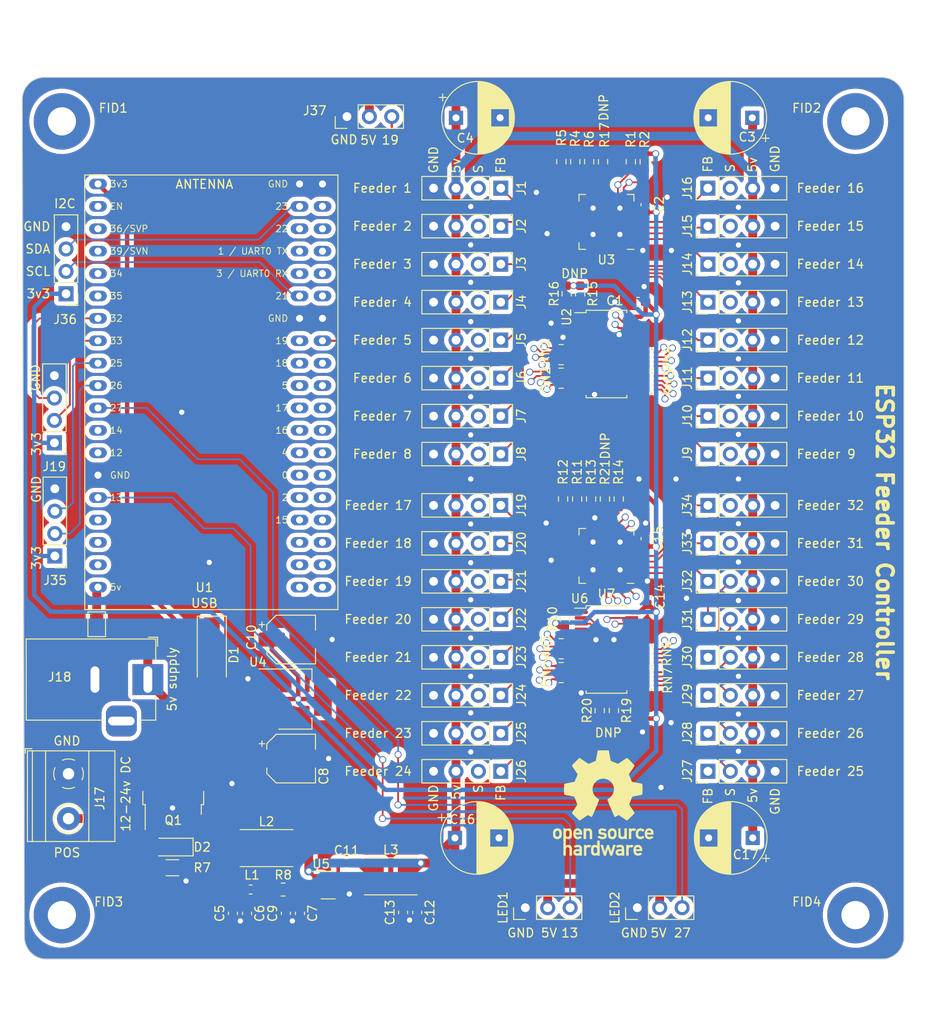
<source format=kicad_pcb>
(kicad_pcb (version 20221018) (generator pcbnew)
  (layers (0 "F.Cu" signal) (1 "In1.Cu" power) (2 "In2.Cu" signal) (31 "B.Cu" power) (34 "B.Paste" user) (35 "F.Paste" user) (36 "B.SilkS" user "B.Silkscreen") (37 "F.SilkS" user "F.Silkscreen") (38 "B.Mask" user) (39 "F.Mask" user) (44 "Edge.Cuts" user))
  (net 0 "")
  (net 1 "GND")
  (net 2 "+5V")
  (net 3 "+3V3")
  (net 4 "Net-(D1-Pad1)")
  (net 5 "Net-(RN1-Pad1)")
  (net 6 "Net-(RN1-Pad3)")
  (net 7 "Net-(RN1-Pad2)")
  (net 8 "Net-(RN1-Pad4)")
  (net 9 "Net-(RN2-Pad1)")
  (net 10 "Net-(RN2-Pad3)")
  (net 11 "Net-(RN2-Pad2)")
  (net 12 "Net-(RN2-Pad4)")
  (net 13 "Net-(RN3-Pad1)")
  (net 14 "Net-(RN3-Pad3)")
  (net 15 "Net-(RN3-Pad2)")
  (net 16 "Net-(RN3-Pad4)")
  (net 17 "Net-(RN4-Pad1)")
  (net 18 "Net-(RN4-Pad3)")
  (net 19 "Net-(RN4-Pad2)")
  (net 20 "Net-(RN4-Pad4)")
  (net 21 "Net-(RN5-Pad1)")
  (net 22 "Net-(RN5-Pad3)")
  (net 23 "Net-(RN5-Pad2)")
  (net 24 "Net-(RN5-Pad4)")
  (net 25 "Net-(RN6-Pad3)")
  (net 26 "Net-(RN6-Pad2)")
  (net 27 "Net-(RN6-Pad4)")
  (net 28 "Net-(RN7-Pad1)")
  (net 29 "Net-(RN7-Pad3)")
  (net 30 "Net-(RN7-Pad2)")
  (net 31 "Net-(RN7-Pad4)")
  (net 32 "Net-(RN8-Pad2)")
  (net 33 "Net-(RN8-Pad4)")
  (net 34 "VDD")
  (net 35 "/ServoControl (1-16)/feeder-1-servo")
  (net 36 "/ServoControl (1-16)/feeder-1-feedback")
  (net 37 "/ServoControl (1-16)/feeder-2-servo")
  (net 38 "/ServoControl (1-16)/feeder-2-feedback")
  (net 39 "/ServoControl (1-16)/feeder-3-servo")
  (net 40 "/ServoControl (1-16)/feeder-3-feedback")
  (net 41 "/ServoControl (1-16)/feeder-4-servo")
  (net 42 "/ServoControl (1-16)/feeder-4-feedback")
  (net 43 "/ServoControl (1-16)/feeder-5-servo")
  (net 44 "/ServoControl (1-16)/feeder-5-feedback")
  (net 45 "/ServoControl (1-16)/feeder-6-servo")
  (net 46 "/ServoControl (1-16)/feeder-6-feedback")
  (net 47 "/ServoControl (1-16)/feeder-7-servo")
  (net 48 "/ServoControl (1-16)/feeder-7-feedback")
  (net 49 "/ServoControl (1-16)/feeder-8-servo")
  (net 50 "/ServoControl (1-16)/feeder-8-feedback")
  (net 51 "/ServoControl (1-16)/feeder-9-servo")
  (net 52 "/ServoControl (1-16)/feeder-9-feedback")
  (net 53 "/ServoControl (1-16)/feeder-10-servo")
  (net 54 "/ServoControl (1-16)/feeder-10-feedback")
  (net 55 "/ServoControl (1-16)/feeder-11-servo")
  (net 56 "/ServoControl (1-16)/feeder-11-feedback")
  (net 57 "/ServoControl (1-16)/feeder-12-servo")
  (net 58 "/ServoControl (1-16)/feeder-12-feedback")
  (net 59 "/ServoControl (1-16)/feeder-13-servo")
  (net 60 "/ServoControl (1-16)/feeder-13-feedback")
  (net 61 "/ServoControl (1-16)/feeder-14-servo")
  (net 62 "/ServoControl (1-16)/feeder-14-feedback")
  (net 63 "/ServoControl (1-16)/feeder-15-servo")
  (net 64 "/ServoControl (1-16)/feeder-15-feedback")
  (net 65 "/ServoControl (1-16)/feeder-16-servo")
  (net 66 "/ServoControl (1-16)/feeder-16-feedback")
  (net 67 "/ServoControl (17-32)/feeder-17-servo")
  (net 68 "/ServoControl (17-32)/feeder-17-feedback")
  (net 69 "/Power/5v-BST")
  (net 70 "/ServoControl (17-32)/feeder-18-servo")
  (net 71 "/ServoControl (17-32)/feeder-18-feedback")
  (net 72 "/ServoControl (17-32)/feeder-19-servo")
  (net 73 "/ServoControl (17-32)/feeder-19-feedback")
  (net 74 "Net-(D2-Pad2)")
  (net 75 "/ServoControl (17-32)/feeder-20-servo")
  (net 76 "/ServoControl (17-32)/feeder-20-feedback")
  (net 77 "/ServoControl (17-32)/feeder-21-servo")
  (net 78 "/ServoControl (17-32)/feeder-21-feedback")
  (net 79 "Net-(J17-Pad2)")
  (net 80 "/ServoControl (17-32)/feeder-22-servo")
  (net 81 "/ServoControl (17-32)/feeder-22-feedback")
  (net 82 "/ServoControl (17-32)/feeder-23-servo")
  (net 83 "/ServoControl (17-32)/feeder-23-feedback")
  (net 84 "Net-(L1-Pad2)")
  (net 85 "/ServoControl (17-32)/feeder-24-servo")
  (net 86 "/ServoControl (17-32)/feeder-24-feedback")
  (net 87 "Net-(R11-Pad2)")
  (net 88 "/ServoControl (17-32)/feeder-25-servo")
  (net 89 "/ServoControl (17-32)/feeder-25-feedback")
  (net 90 "Net-(R12-Pad2)")
  (net 91 "/ServoControl (17-32)/feeder-26-servo")
  (net 92 "/ServoControl (17-32)/feeder-26-feedback")
  (net 93 "unconnected-(U1-Pad0)")
  (net 94 "/ServoControl (17-32)/feeder-27-servo")
  (net 95 "/ServoControl (17-32)/feeder-27-feedback")
  (net 96 "unconnected-(U1-Pad1)")
  (net 97 "/ServoControl (17-32)/feeder-28-servo")
  (net 98 "/ServoControl (17-32)/feeder-28-feedback")
  (net 99 "unconnected-(U1-Pad2)")
  (net 100 "/ServoControl (17-32)/feeder-29-servo")
  (net 101 "/ServoControl (17-32)/feeder-29-feedback")
  (net 102 "unconnected-(U1-Pad3)")
  (net 103 "/ServoControl (17-32)/feeder-30-servo")
  (net 104 "/ServoControl (17-32)/feeder-30-feedback")
  (net 105 "unconnected-(U1-Pad4)")
  (net 106 "/ServoControl (17-32)/feeder-31-servo")
  (net 107 "/ServoControl (17-32)/feeder-31-feedback")
  (net 108 "unconnected-(U1-Pad5)")
  (net 109 "/ServoControl (17-32)/feeder-32-servo")
  (net 110 "/ServoControl (17-32)/feeder-32-feedback")
  (net 111 "unconnected-(U1-Pad5V)")
  (net 113 "unconnected-(U1-Pad13)")
  (net 115 "unconnected-(U1-Pad15)")
  (net 116 "unconnected-(U1-Pad16)")
  (net 117 "unconnected-(U1-Pad17)")
  (net 118 "unconnected-(U1-Pad18)")
  (net 119 "unconnected-(U1-Pad19)")
  (net 120 "unconnected-(U1-Pad22)")
  (net 121 "unconnected-(U1-Pad25)")
  (net 122 "unconnected-(U1-Pad26)")
  (net 123 "unconnected-(U1-Pad27)")
  (net 124 "unconnected-(U1-Pad32)")
  (net 125 "unconnected-(U1-Pad33)")
  (net 133 "Net-(U2-Pad1)")
  (net 136 "Net-(C7-Pad1)")
  (net 137 "Net-(C11-Pad2)")
  (net 138 "Net-(U2-Pad2)")
  (net 139 "Net-(R4-Pad2)")
  (net 140 "Net-(R10-Pad2)")
  (net 141 "Net-(RN8-Pad1)")
  (net 142 "Net-(U3-Pad12)")
  (net 143 "/SCL")
  (net 144 "/SDA")
  (net 145 "Net-(RN6-Pad1)")
  (net 146 "Net-(RN8-Pad3)")
  (net 147 "Net-(R5-Pad2)")
  (net 148 "Net-(R6-Pad2)")
  (net 149 "Net-(R13-Pad2)")
  (net 150 "Net-(R14-Pad2)")
  (net 151 "Net-(U6-Pad2)")
  (net 152 "Net-(U6-Pad3)")
  (net 153 "Net-(U7-Pad12)")
  (footprint "Connector_PinHeader_2.54mm:PinHeader_1x04_P2.54mm_Vertical" (layer "F.Cu") (at 183.27 81.42 90)
    (fp_text reference "J10")
    (fp_text value "Feeder 10")
  )
  (footprint "Capacitor_SMD:C_0603_1608Metric_Pad1.08x0.95mm_HandSolder" (layer "F.Cu") (at 176.4 101.9 90)
    (fp_text reference "C14")
    (fp_text value "100nF")
  )
  (footprint "Capacitor_SMD:C_0603_1608Metric_Pad1.08x0.95mm_HandSolder" (layer "F.Cu") (at 137 137.8 -90)
    (fp_text reference "C7")
    (fp_text value "22uF")
  )
  (footprint "Connector_PinHeader_2.54mm:PinHeader_1x04_P2.54mm_Vertical" (layer "F.Cu") (at 183.27 77.112667 90)
    (fp_text reference "J11")
    (fp_text value "Feeder 11")
  )
  (footprint "Resistor_SMD:R_0603_1608Metric_Pad0.98x0.95mm_HandSolder" (layer "F.Cu") (at 170.02 90.82 -90)
    (fp_text reference "R13")
    (fp_text value "10K")
  )
  (footprint "Connector_PinHeader_2.54mm:PinHeader_1x04_P2.54mm_Vertical" (layer "F.Cu") (at 159.775 85.727333 -90)
    (fp_text reference "J8")
    (fp_text value "Feeder 8")
  )
  (footprint "Connector_PinHeader_2.54mm:PinHeader_1x04_P2.54mm_Vertical" (layer "F.Cu") (at 159.775 55.576002 -90)
    (fp_text reference "J1")
    (fp_text value "Feeder 1")
  )
  (footprint "Connector_PinHeader_2.54mm:PinHeader_1x04_P2.54mm_Vertical" (layer "F.Cu") (at 159.775 64.190668 -90)
    (fp_text reference "J3")
    (fp_text value "Feeder 3")
  )
  (footprint "Connector_PinHeader_2.54mm:PinHeader_1x04_P2.54mm_Vertical" (layer "F.Cu") (at 159.775 108.769332 -90)
    (fp_text reference "J23")
    (fp_text value "Feeder 21")
  )
  (footprint "Resistor_SMD:R_0603_1608Metric_Pad0.98x0.95mm_HandSolder" (layer "F.Cu") (at 169.8 52.58 -90)
    (fp_text reference "R6")
    (fp_text value "10K")
  )
  (footprint "Capacitor_SMD:C_0603_1608Metric_Pad1.08x0.95mm_HandSolder" (layer "F.Cu") (at 175.3375 68.47 180)
    (fp_text reference "C1")
    (fp_text value "100nF")
  )
  (footprint "Connector_PinHeader_2.54mm:PinHeader_1x04_P2.54mm_Vertical" (layer "F.Cu") (at 159.775 72.805334 -90)
    (fp_text reference "J5")
    (fp_text value "Feeder 5")
  )
  (footprint "Connector_PinHeader_2.54mm:PinHeader_1x04_P2.54mm_Vertical" (layer "F.Cu") (at 159.775 104.461999 -90)
    (fp_text reference "J22")
    (fp_text value "Feeder 20")
  )
  (footprint "Package_DFN_QFN:QFN-28-1EP_6x6mm_P0.65mm_EP4.25x4.25mm" (layer "F.Cu") (at 171.76 59.397333 180)
    (fp_text reference "U3")
    (fp_text value "MCP23017")
  )
  (footprint "Fiducial:Fiducial_0.5mm_Mask1mm" (layer "F.Cu") (at 115.83 48)
    (fp_text reference "FID1")
    (fp_text value "Fiducial")
  )
  (footprint "Resistor_SMD:R_0603_1608Metric_Pad0.98x0.95mm_HandSolder" (layer "F.Cu") (at 174.525 52.58 -90)
    (fp_text reference "R1")
    (fp_text value "2k4")
  )
  (footprint "Connector_PinHeader_2.54mm:PinHeader_1x04_P2.54mm_Vertical" (layer "F.Cu") (at 159.775 68.498001 -90)
    (fp_text reference "J4")
    (fp_text value "Feeder 4")
  )
  (footprint "Capacitor_SMD:CP_Elec_5x5.3" (layer "F.Cu") (at 136 120.25)
    (fp_text reference "C8")
    (fp_text value "10uF")
  )
  (footprint "Connector_PinHeader_2.54mm:PinHeader_1x04_P2.54mm_Vertical" (layer "F.Cu") (at 183.27 117.383998 90)
    (fp_text reference "J28")
    (fp_text value "Feeder 26")
  )
  (footprint "Connector_PinHeader_2.54mm:PinHeader_1x03_P2.54mm_Vertical" (layer "F.Cu") (at 175.26 137.16 90)
    (fp_text reference "LED2")
    (fp_text value "PinHeader_1x03_P2.54mm_Vertical")
  )
  (footprint "Package_TO_SOT_SMD:SOT-223-3_TabPin2" (layer "F.Cu") (at 136.45 113.5)
    (fp_text reference "U4")
    (fp_text value "AP2114-3.3")
  )
  (footprint "Capacitor_SMD:C_0603_1608Metric_Pad1.08x0.95mm_HandSolder" (layer "F.Cu") (at 176.2 57.447333 90)
    (fp_text reference "C2")
    (fp_text value "100nF")
  )
  (footprint "Package_DFN_QFN:QFN-28-1EP_6x6mm_P0.65mm_EP4.25x4.25mm" (layer "F.Cu") (at 171.76 97.27 180)
    (fp_text reference "U7")
    (fp_text value "MCP23017_ML")
  )
  (footprint "Connector_PinHeader_2.54mm:PinHeader_1x04_P2.54mm_Vertical" (layer "F.Cu") (at 183.27 59.883335 90)
    (fp_text reference "J15")
    (fp_text value "Feeder 15")
  )
  (footprint "Fiducial:Fiducial_0.5mm_Mask1mm" (layer "F.Cu") (at 194.47 138)
    (fp_text reference "FID4")
    (fp_text value "Fiducial")
  )
  (footprint "Resistor_SMD:R_0603_1608Metric_Pad0.98x0.95mm_HandSolder" (layer "F.Cu") (at 168.225 52.58 -90)
    (fp_text reference "R4")
    (fp_text value "10K")
  )
  (footprint "Capacitor_SMD:CP_Elec_5x5.3" (layer "F.Cu") (at 136 106.75)
    (fp_text reference "C10")
    (fp_text value "10uF")
  )
  (footprint "Connector_PinHeader_2.54mm:PinHeader_1x04_P2.54mm_Vertical" (layer "F.Cu") (at 183.27 91.54 90)
    (fp_text reference "J34")
    (fp_text value "Feeder 32")
  )
  (footprint "Capacitor_THT:CP_Radial_D8.0mm_P5.00mm" (layer "F.Cu") (at 188.3 47.6 180)
    (fp_text reference "C3")
    (fp_text value "470uF")
  )
  (footprint "Capacitor_THT:CP_Radial_D8.0mm_P5.00mm" (layer "F.Cu") (at 154.695 47.6)
    (fp_text reference "C4")
    (fp_text value "470uF")
  )
  (footprint "Resistor_SMD:R_0603_1608Metric_Pad0.98x0.95mm_HandSolder" (layer "F.Cu") (at 167.25 67.55 -90)
    (fp_text reference "R16")
    (fp_text value "10K")
  )
  (footprint "TerminalBlock_Phoenix:TerminalBlock_Phoenix_MKDS-1,5-2-5.08_1x02_P5.08mm_Horizontal" (layer "F.Cu") (at 110.75 121.975 -90)
    (fp_text reference "J17")
    (fp_text value "12-24v DC")
  )
  (footprint "Connector_PinHeader_2.54mm:PinHeader_1x03_P2.54mm_Vertical" (layer "F.Cu") (at 142.33 47.46 90)
    (fp_text reference "LED1" hide)
    (fp_text value "PinHeader_1x03_P2.54mm_Vertical")
  )
  (footprint "Connector_PinHeader_2.54mm:PinHeader_1x04_P2.54mm_Vertical" (layer "F.Cu") (at 159.775 113.076665 -90)
    (fp_text reference "J24")
    (fp_text value "Feeder 22")
  )
  (footprint "Fiducial:Fiducial_0.5mm_Mask1mm" (layer "F.Cu") (at 194.47 48)
    (fp_text reference "FID2")
    (fp_text value "Fiducial")
  )
  (footprint "Connector_PinHeader_2.54mm:PinHeader_1x04_P2.54mm_Vertical" (layer "F.Cu") (at 109.2 97.28 180)
    (fp_text reference "J35")
    (fp_text value "Feeder 17")
  )
  (footprint "Resistor_SMD:R_0603_1608Metric_Pad0.98x0.95mm_HandSolder" (layer "F.Cu") (at 167.05 104.43 90)
    (fp_text reference "R10")
    (fp_text value "10K")
  )
  (footprint "Resistor_SMD:R_0603_1608Metric_Pad0.98x0.95mm_HandSolder" (layer "F.Cu") (at 168.78 67.55 -90)
    (fp_text reference "R15")
    (fp_text value "10K")
  )
  (footprint "Connector_PinHeader_2.54mm:PinHeader_1x04_P2.54mm_Vertical" (layer "F.Cu") (at 110.47 67.55 180)
    (fp_text reference "J36")
    (fp_text value "EXT-I2C")
  )
  (footprint "Inductor_SMD:L_Taiyo-Yuden_NR-40xx_HandSoldering" (layer "F.Cu") (at 147.3 133.6)
    (fp_text reference "L3")
    (fp_text value "4.7uH")
  )
  (footprint "Components:TTGO-T1-DEVKIT-C" (layer "F.Cu") (at 126.16 80.274)
    (fp_text reference "U1")
    (fp_text value "ESP32-Module" hide)
  )
  (footprint "MountingHole:MountingHole_3.2mm_M3_Pad" (layer "F.Cu") (at 200 48)
    (fp_text reference "H2" hide)
    (fp_text value "MountingHole")
  )
  (footprint "Resistor_SMD:R_Array_Concave_4x0402" (layer "F.Cu") (at 166.62 77.12 180)
    (fp_text reference "RN2")
    (fp_text value "220R")
  )
  (footprint "Capacitor_SMD:C_0603_1608Metric_Pad1.08x0.95mm_HandSolder" (layer "F.Cu") (at 142.3 132.1)
    (fp_text reference "C11")
    (fp_text value "100nF")
  )
  (footprint "Capacitor_THT:CP_Radial_D8.0mm_P5.00mm" (layer "F.Cu") (at 154.575 129.25)
    (fp_text reference "C16")
    (fp_text value "470uF")
  )
  (footprint "Connector_PinHeader_2.54mm:PinHeader_1x04_P2.54mm_Vertical" (layer "F.Cu") (at 159.775 100.154666 -90)
    (fp_text reference "J21")
    (fp_text value "Feeder 19")
  )
  (footprint "Resistor_SMD:R_0603_1608Metric_Pad0.98x0.95mm_HandSolder" (layer "F.Cu") (at 166.84 90.82 -90)
    (fp_text reference "R12")
    (fp_text value "10K")
  )
  (footprint "Package_SO:TSSOP-28_4.4x9.7mm_P0.65mm" (layer "F.Cu") (at 171.76 74.38)
    (fp_text reference "U2")
    (fp_text value "PCA9685PW")
  )
  (footprint "Jumper:SolderJumper-2_P1.3mm_Open_Pad1.0x1.5mm" (layer "F.Cu") (at 113.95 105.02 -90)
    (fp_text reference "REF**" hide)
    (fp_text value "SolderJumper-2_P1.3mm_Open_Pad1.0x1.5mm")
  )
  (footprint "Resistor_SMD:R_0603_1608Metric_Pad0.98x0.95mm_HandSolder" (layer "F.Cu") (at 166.65 52.58 -90)
    (fp_text reference "R5")
    (fp_text value "10K")
  )
  (footprint "Resistor_SMD:R_Array_Concave_4x0402" (layer "F.Cu") (at 166.62 110.5 180)
    (fp_text reference "RN6")
    (fp_text value "220R")
  )
  (footprint "Connector_PinHeader_2.54mm:PinHeader_1x04_P2.54mm_Vertical" (layer "F.Cu") (at 159.775 95.847333 -90)
    (fp_text reference "J20")
    (fp_text value "Feeder 18")
  )
  (footprint "MountingHole:MountingHole_3.2mm_M3_Pad" (layer "F.Cu") (at 200 138)
    (fp_text reference "H4" hide)
    (fp_text value "MountingHole")
  )
  (footprint "Connector_PinHeader_2.54mm:PinHeader_1x04_P2.54mm_Vertical" (layer "F.Cu") (at 159.775 117.383998 -90)
    (fp_text reference "J25")
    (fp_text value "Feeder 23")
  )
  (footprint "Package_TO_SOT_SMD:TSOT-23-6" (layer "F.Cu") (at 140.2 134.6)
    (fp_text reference "U5")
    (fp_text value "AP63205WU")
  )
  (footprint "Resistor_SMD:R_0603_1608Metric_Pad0.98x0.95mm_HandSolder" (layer "F.Cu") (at 171.59 90.82 -90)
    (fp_text reference "R21")
    (fp_text value "10K")
  )
  (footprint "Resistor_SMD:R_0603_1608Metric_Pad0.98x0.95mm_HandSolder" (layer "F.Cu") (at 171.375 52.58 -90)
    (fp_text reference "R17")
    (fp_text value "10K")
  )
  (footprint "Resistor_SMD:R_Array_Concave_4x0402" (layer "F.Cu") (at 166.62 74.45 180)
    (fp_text reference "RN1")
    (fp_text value "220R")
  )
  (footprint "Resistor_SMD:R_Array_Concave_4x0402" (layer "F.Cu") (at 166.62 107.8 180)
    (fp_text reference "RN5")
    (fp_text value "220R")
  )
  (footprint "Resistor_SMD:R_0603_1608Metric_Pad0.98x0.95mm_HandSolder" (layer "F.Cu") (at 176.1 52.58 -90)
    (fp_text reference "R2")
    (fp_text value "2k4")
  )
  (footprint "Capacitor_SMD:C_0603_1608Metric_Pad1.08x0.95mm_HandSolder" (layer "F.Cu") (at 131 137.8 -90)
    (fp_text reference "C6")
    (fp_text value "22uF")
  )
  (footprint "Resistor_SMD:R_0603_1608Metric_Pad0.98x0.95mm_HandSolder" (layer "F.Cu") (at 168.44 90.82 -90)
    (fp_text reference "R11")
    (fp_text value "10K")
  )
  (footprint "Connector_PinHeader_2.54mm:PinHeader_1x04_P2.54mm_Vertical" (layer "F.Cu") (at 183.27 64.190668 90)
    (fp_text reference "J14")
    (fp_text value "Feeder 14")
  )
  (footprint "Capacitor_THT:CP_Radial_D8.0mm_P5.00mm" (layer "F.Cu") (at 188.35 129.25 180)
    (fp_text reference "C17")
    (fp_text value "470uF")
  )
  (footprint "Connector_PinHeader_2.54mm:PinHeader_1x04_P2.54mm_Vertical" (layer "F.Cu") (at 159.775 121.691331 -90)
    (fp_text reference "J26")
    (fp_text value "Feeder 24")
  )
  (footprint "Connector_PinHeader_2.54mm:PinHeader_1x04_P2.54mm_Vertical" (layer "F.Cu") (at 183.27 100.154666 90)
    (fp_text reference "J32")
    (fp_text value "Feeder 30")
  )
  (footprint "Package_TO_SOT_SMD:TO-252-2" (layer "F.Cu") (at 122.63 123 90)
    (fp_text reference "Q1")
    (fp_text value "DMP3028LK3-13")
  )
  (footprint "Capacitor_SMD:C_0603_1608Metric_Pad1.08x0.95mm_HandSolder" (layer "F.Cu") (at 148.7 137.7 -90)
    (fp_text reference "C13")
    (fp_text value "22uF")
  )
  (footprint "Resistor_SMD:R_0603_1608Metric_Pad0.98x0.95mm_HandSolder" (layer "F.Cu") (at 173.15 90.82 -90)
    (fp_text reference "R14")
    (fp_text value "10K")
  )
  (footprint "Resistor_SMD:R_Array_Concave_4x0402" (layer "F.Cu") (at 176.87 77.66)
    (fp_text reference "RN3")
    (fp_text value "220R")
  )
  (footprint "MountingHole:MountingHole_3.2mm_M3_Pad" (layer "F.Cu") (at 110 48)
    (fp_text reference "H1" hide)
    (fp_text value "MountingHole")
  )
  (footprint "Symbol:OSHW-Logo_11.4x12mm_SilkScreen" (layer "F.Cu") (at 171.386283 125.282474)
    (fp_text reference "REF**" hide)
    (fp_text value "OSHW-Logo_11.4x12mm_SilkScreen" hide)
  )
  (footprint "Diode_SMD:D_SOD-123" (layer "F.Cu") (at 122.63 130.28 180)
    (fp_text reference "D2")
    (fp_text value "PDZ12BGWX")
  )
  (footprint "Connector_PinHeader_2.54mm:PinHeader_1x04_P2.54mm_Vertical" (layer "F.Cu") (at 183.27 104.461999 90)
    (fp_text reference "J31")
    (fp_text value "Feeder 29")
  )
  (footprint "Resistor_SMD:R_0603_1608Metric_Pad0.98x0.95mm_HandSolder" (layer "F.Cu") (at 170.99 114.8 90)
    (fp_text reference "R20")
    (fp_text value "10K")
  )
  (footprint "Connector_PinHeader_2.54mm:PinHeader_1x04_P2.54mm_Vertical" (layer "F.Cu") (at 159.775 81.42 -90)
    (fp_text reference "J7")
    (fp_text value "Feeder 7")
  )
  (footprint "Inductor_SMD:L_0603_1608Metric_Pad1.05x0.95mm_HandSolder" (layer "F.Cu") (at 131.4 135.1)
    (fp_text reference "L1")
    (fp_text value "0.47uH")
  )
  (footprint "Diode_SMD:D_SMA_Handsoldering" (layer "F.Cu") (at 127 108.5 -90)
    (fp_text reference "D1")
    (fp_text value "STPS1L30A")
  )
  (footprint "Connector_PinHeader_2.54mm:PinHeader_1x04_P2.54mm_Vertical" (layer "F.Cu") (at 183.27 121.691331 90)
    (fp_text reference "J27")
    (fp_text value "Feeder 25")
  )
  (footprint "Connector_PinHeader_2.54mm:PinHeader_1x04_P2.54mm_Vertical" (layer "F.Cu") (at 183.27 108.769332 90)
    (fp_text reference "J30")
    (fp_text value "Feeder 28")
  )
  (footprint "Capacitor_SMD:C_0603_1608Metric_Pad1.08x0.95mm_HandSolder" (layer "F.Cu") (at 150.3 137.7 -90)
    (fp_text reference "C12")
    (fp_text value "22uF")
  )
  (footprint "Resistor_SMD:R_0603_1608Metric_Pad0.98x0.95mm_HandSolder" (layer "F.Cu") (at 172.6 114.8 90)
    (fp_text reference "R19")
    (fp_text value "10K")
  )
  (footprint "Connector_PinHeader_2.54mm:PinHeader_1x04_P2.54mm_Vertical" (layer "F.Cu") (at 183.27 95.847333 90)
    (fp_text reference "J33")
    (fp_text value "Feeder 31")
  )
  (footprint "Inductor_SMD:L_Taiyo-Yuden_NR-40xx_HandSoldering" (layer "F.Cu") (at 133.2 130.4)
    (fp_text reference "L2")
    (fp_text value "4.7uH")
  )
  (footprint "Resistor_SMD:R_Array_Concave_4x0402" (layer "F.Cu") (at 176.87 111.2)
    (fp_text reference "RN7")
    (fp_text value "220R")
  )
  (footprint "Resistor_SMD:R_0805_2012Metric_Pad1.20x1.40mm_HandSolder" (layer "F.Cu") (at 135.1 135.1)
    (fp_text reference "R8")
    (fp_text value "0R5")
  )
  (footprint "MountingHole:MountingHole_3.2mm_M3_Pad" (layer "F.Cu") (at 110 138)
    (fp_text reference "H3" hide)
    (fp_text value "MountingHole")
  )
  (footprint "Capacitor_SMD:C_0603_1608Metric_Pad1.08x0.95mm_HandSolder" (layer "F.Cu") (at 176.2 95.32 90)
    (fp_text reference "C15")
    (fp_text value "100nF")
  )
  (footprint "Connector_PinHeader_2.54mm:PinHeader_1x03_P2.54mm_Vertical" (layer "F.Cu") (at 162.56 137.16 90)
    (fp_text reference "LED1")
    (fp_text value "PinHeader_1x03_P2.54mm_Vertical")
  )
  (footprint "Connector_PinHeader_2.54mm:PinHeader_1x04_P2.54mm_Vertical" (layer "F.Cu") (at 159.775 59.883335 -90)
    (fp_text reference "J2")
    (fp_text value "Feeder 2")
  )
  (footprint "Connector_PinHeader_2.54mm:PinHeader_1x04_P2.54mm_Vertical" (layer "F.Cu") (at 183.27 85.727333 90)
    (fp_text reference "J9")
    (fp_text value "Feeder 9")
  )
  (footprint "Capacitor_SMD:C_0603_1608Metric_Pad1.08x0.95mm_HandSolder" (layer "F.Cu") (at 129.4 137.8 -90)
    (fp_text reference "C5")
    (fp_text value "22uF")
  )
  (footprint "Connector_PinHeader_2.54mm:PinHeader_1x04_P2.54mm_Vertical" (layer "F.Cu") (at 183.27 68.498001 90)
    (fp_text reference "J13")
    (fp_text value "Feeder 13")
  )
  (footprint "Connector_PinHeader_2.54mm:PinHeader_1x04_P2.54mm_Vertical" (layer "F.Cu") (at 183.27 72.805334 90)
    (fp_text reference "J12")
    (fp_text value "Feeder 12")
  )
  (footprint "Connector_PinHeader_2.54mm:PinHeader_1x04_P2.54mm_Vertical" (layer "F.Cu") (at 109.15 84.45 180)
    (fp_text reference "J19")
    (fp_text value "Feeder 17")
  )
  (footprint "Package_SO:TSSOP-28_4.4x9.7mm_P0.65mm" (layer "F.Cu") (at 171.76 107.88)
    (fp_text reference "U6")
    (fp_text value "PCA9685PW")
  )
  (footprint "Connector_PinHeader_2.54mm:PinHeader_1x04_P2.54mm_Vertical" (layer "F.Cu") (at 159.775 77.112667 -90)
    (fp_text reference "J6")
    (fp_text value "Feeder 6")
  )
  (footprint "Capacitor_SMD:C_0603_1608Metric_Pad1.08x0.95mm_HandSolder" (layer "F.Cu") (at 135.4 137.8 -90)
    (fp_text reference "C9")
    (fp_text value "22uF")
  )
  (footprint "Resistor_SMD:R_Array_Concave_4x0402" (layer "F.Cu") (at 176.87 74.99)
    (fp_text reference "RN4")
    (fp_text value "220R")
  )
  (footprint "Connector_PinHeader_2.54mm:PinHeader_1x04_P2.54mm_Vertical" (layer "F.Cu") (at 159.775 91.54 -90)
    (fp_text reference "J19")
    (fp_text value "Feeder 17")
  )
  (footprint "Connector_PinHeader_2.54mm:PinHeader_1x04_P2.54mm_Vertical" (layer "F.Cu") (at 183.26 55.576002 90)
    (fp_text reference "J16")
    (fp_text value "Feeder 16")
  )
  (footprint "Resistor_SMD:R_Array_Concave_4x0402" (layer "F.Cu") (at 176.87 108.6)
    (fp_text reference "RN8")
    (fp_text value "220R")
  )
  (footprint "Fiducial:Fiducial_0.5mm_Mask1mm" (layer "F.Cu") (at 115.305 138)
    (fp_text reference "FID3")
    (fp_text value "Fiducial")
  )
  (footprint "Resistor_SMD:R_1206_3216Metric_Pad1.30x1.75mm_HandSolder" (layer "F.Cu") (at 122.53 132.63 180)
    (fp_text reference "R7")
    (fp_text value "100k")
  )
  (footprint "Connector_PinHeader_2.54mm:PinHeader_1x04_P2.54mm_Vertical" (layer "F.Cu") (at 183.27 113.076665 90)
    (fp_text reference "J29")
    (fp_text value "Feeder 27")
  )
  (footprint "Connector_BarrelJack:BarrelJack_Horizontal" (layer "F.Cu") (at 119.75 111.2925)
    (fp_text reference "J18")
    (fp_text value "5V Supply")
  )
  (gr_arc (start 203 43.008884) (mid 204.767767 43.741117) (end 205.5 45.508884) (stroke (width 0.1)) (layer "Edge.Cuts"))
  (gr_line (start 105.75 140.491117) (end 105.5 45.508884) (stroke (width 0.1)) (layer "Edge.Cuts"))
  (gr_line (start 203 43.008884) (end 108 43.008884) (stroke (width 0.1)) (layer "Edge.Cuts"))
  (gr_arc (start 205.5 140.491117) (mid 204.767767 142.258884) (end 203 142.991117) (stroke (width 0.1)) (layer "Edge.Cuts"))
  (gr_arc (start 108.25 142.991117) (mid 106.482233 142.258884) (end 105.75 140.491117) (stroke (width 0.1)) (layer "Edge.Cuts"))
  (gr_line (start 205.5 45.508884) (end 205.5 140.491117) (stroke (width 0.1)) (layer "Edge.Cuts"))
  (gr_line (start 203 142.991117) (end 108.25 142.991117) (stroke (width 0.1)) (layer "Edge.Cuts"))
  (gr_arc (start 105.5 45.508884) (mid 106.232233 43.741117) (end 108 43.008884) (stroke (width 0.1)) (layer "Edge.Cuts"))
  (gr_text "Feeder 7" (at 149.775 81.42) (layer "F.SilkS") (effects (font (size 1 1)) (justify right)))
  (gr_text "3v3" (at 107.11 96.06 90) (layer "F.SilkS") (effects (font (size 1 1)) (justify right)))
  (gr_text "5V\n" (at 166.25 140.02) (layer "F.SilkS") (effects (font (size 1 1)) (justify right)))
  (gr_text "Feeder 10" (at 193.25 81.42) (layer "F.SilkS") (effects (font (size 1 1)) (justify left)))
  (gr_text "5V\n" (at 145.76 50.14) (layer "F.SilkS") (effects (font (size 1 1)) (justify right)))
  (gr_text "Feeder 20" (at 149.775 104.461999) (layer "F.SilkS") (effects (font (size 1 1)) (justify right)))
  (gr_text "FB" (at 159.775 123.1 90) (layer "F.SilkS") (effects (font (size 1 1)) (justify right)))
  (gr_text "FB" (at 183.26 53.875 90) (layer "F.SilkS") (effects (font (size 1 1)) (justify left)))
  (gr_text "Feeder 4" (at 149.775 68.498001) (layer "F.SilkS") (effects (font (size 1 1)) (justify right)))
  (gr_text "Feeder 11" (at 193.25 77.112667) (layer "F.SilkS") (effects (font (size 1 1)) (justify left)))
  (gr_text "FB" (at 159.775 53.975 90) (layer "F.SilkS") (effects (font (size 1 1)) (justify left)))
  (gr_text "Feeder 23" (at 149.775 117.383998) (layer "F.SilkS") (effects (font (size 1 1)) (justify right)))
  (gr_text "5v" (at 154.695 53.975 90) (layer "F.SilkS") (effects (font (size 1 1)) (justify left)))
  (gr_text "GND" (at 190.89 123.475 90) (layer "F.SilkS") (effects (font (size 1 1)) (justify right)))
  (gr_text "5v" (at 188.34 53.875 90) (layer "F.SilkS") (effects (font (size 1 1)) (justify left)))
  (gr_text "Feeder 1" (at 149.775 55.576002) (layer "F.SilkS") (effects (font (size 1 1)) (justify right)))
  (gr_text "Feeder 22" (at 149.775 113.076665) (layer "F.SilkS") (effects (font (size 1 1)) (justify right)))
  (gr_text "GND" (at 190.88 53.875 90) (layer "F.SilkS") (effects (font (size 1 1)) (justify left)))
  (gr_text "Feeder 18" (at 149.775 95.847333) (layer "F.SilkS") (effects (font (size 1 1)) (justify right)))
  (gr_text "Feeder 32" (at 193.25 91.54) (layer "F.SilkS") (effects (font (size 1 1)) (justify left)))
  (gr_text "GND" (at 108.78 59.93) (layer "F.SilkS") (effects (font (size 1 1)) (justify right)))
  (gr_text "Feeder 13" (at 193.25 68.498001) (layer "F.SilkS") (effects (font (size 1 1)) (justify left)))
  (gr_text "13\n" (at 168.65 140.02) (layer "F.SilkS") (effects (font (size 1 1)) (justify right)))
  (gr_text "5v supply" (at 122.5 111.25 90) (layer "F.SilkS") (effects (font (size 1 1))))
  (gr_text "GND\n" (at 143.62 50.08) (layer "F.SilkS") (effects (font (size 1 1)) (justify right)))
  (gr_text "POS" (at 110.575 130.925) (layer "F.SilkS") (effects (font (size 1 1))))
  (gr_text "5v" (at 154.695 123.1 90) (layer "F.SilkS") (effects (font (size 1 1)) (justify right)))
  (gr_text "S" (at 157.235 123.1 90) (layer "F.SilkS") (effects (font (size 1 1)) (justify right)))
  (gr_text "Feeder 25" (at 193.25 121.691331) (layer "F.SilkS") (effects (font (size 1 1)) (justify left)))
  (gr_text "3v3" (at 107.11 83.15 90) (layer "F.SilkS") (effects (font (size 1 1)) (justify right)))
  (gr_text "Feeder 6" (at 149.775 77.112667) (layer "F.SilkS") (effects (font (size 1 1)) (justify right)))
  (gr_text "Feeder 2" (at 149.775 59.883335) (layer "F.SilkS") (effects (font (size 1 1)) (justify right)))
  (gr_text "GND" (at 152.155 53.975 90) (layer "F.SilkS") (effects (font (size 1 1)) (justify left)))
  (gr_text "Feeder 30" (at 193.25 100.154666) (layer "F.SilkS") (effects (font (size 1 1)) (justify left)))
  (gr_text "Feeder 21" (at 149.775 108.769332) (layer "F.SilkS") (effects (font (size 1 1)) (justify right)))
  (gr_text "S" (at 185.81 123.475 90) (layer "F.SilkS") (effects (font (size 1 1)) (justify right)))
  (gr_text "GND\n" (at 107.1 88.1 90) (layer "F.SilkS") (effects (font (size 1 1)) (justify right)))
  (gr_text "GND\n" (at 176.54 140.02) (layer "F.SilkS") (effects (font (size 1 1)) (justify right)))
  (gr_text "Feeder 26" (at 193.25 117.383998) (layer "F.SilkS") (effects (font (size 1 1)) (justify left)))
  (gr_text "Feeder 29" (at 193.25 104.461999) (layer "F.SilkS") (effects (font (size 1 1)) (justify left)))
  (gr_text "Feeder 16" (at 193.25 55.576002) (layer "F.SilkS") (effects (font (size 1 1)) (justify left)))
  (gr_text "27" (at 181.42 140.02) (layer "F.SilkS") (effects (font (size 1 1)) (justify right)))
  (gr_text "5V\n" (at 178.68 140.02) (layer "F.SilkS") (effects (font (size 1 1)) (justify right)))
  (gr_text "Feeder 8" (at 149.775 85.727333) (layer "F.SilkS") (effects (font (size 1 1)) (justify right)))
  (gr_text "5v" (at 188.35 123.475 90) (layer "F.SilkS") (effects (font (size 1 1)) (justify right)))
  (gr_text "GND\n" (at 163.67 140.02) (layer "F.SilkS") (effects (font (size 1 1)) (justify right)))
  (gr_text "DNP" (at 166.53 65.26) (layer "F.SilkS") (effects (font (size 1 1)) (justify left)))
  (gr_text "19\n" (at 148.3 50.12) (layer "F.SilkS") (effects (font (size 1 1)) (justify right)))
  (gr_text "DNP" (at 171.46 48.05 90) (layer "F.SilkS") (effects (font (size 1 1)) (justify left)))
  (gr_text "Feeder 24" (at 149.775 121.691331) (layer "F.SilkS") (effects (font (size 1 1)) (justify right)))
  (gr_text "Feeder 3" (at 149.775 64.190668) (layer "F.SilkS") (effects (font (size 1 1)) (justify right)))
  (gr_text "I2C" (at 110.33 57.33) (layer "F.SilkS") (effects (font (size 1 1))))
  (gr_text "ESP32 Feeder Controller" (at 203.3 94.55 -90) (layer "F.SilkS") (effects (font (size 1.8 1.8) (thickness 0.4) bold)))
  (gr_text "Feeder 15" (at 193.25 59.883335) (layer "F.SilkS") (effects (font (size 1 1)) (justify left)))
  (gr_text "Feeder 27" (at 193.25 113.076665) (layer "F.SilkS") (effects (font (size 1 1)) (justify left)))
  (gr_text "S" (at 185.8 53.875 90) (layer "F.SilkS") (effects (font (size 1 1)) (justify left)))
  (gr_text "Feeder 9" (at 193.25 85.727333) (layer "F.SilkS") (effects (font (size 1 1)) (justify left)))
  (gr_text "FB" (at 183.27 123.475 90) (layer "F.SilkS") (effects (font (size 1 1)) (justify right)))
  (gr_text "DNP" (at 170.35 117.33) (layer "F.SilkS") (effects (font (size 1 1)) (justify left)))
  (gr_text "SCL" (at 108.78 65.01) (layer "F.SilkS") (effects (font (size 1 1)) (justify right)))
  (gr_text "Feeder 5" (at 149.775 72.805334) (layer "F.SilkS") (effects (font (size 1 1)) (justify right)))
  (gr_text "Feeder 12" (at 193.25 72.805334) (layer "F.SilkS") (effects (font (size 1 1)) (justify left)))
  (gr_text "Feeder 19" (at 149.775 100.154666) (layer "F.SilkS") (effects (font (size 1 1)) (justify right)))
  (gr_text "GND" (at 152.155 123.1 90) (layer "F.SilkS") (effects (font (size 1 1)) (justify right)))
  (gr_text "Feeder 28" (at 193.25 108.769332) (layer "F.SilkS") (effects (font (size 1 1)) (justify left)))
  (gr_text "Feeder 31" (at 193.25 95.847333) (layer "F.SilkS") (effects (font (size 1 1)) (justify left)))
  (gr_text "SDA" (at 108.78 62.47) (layer "F.SilkS") (effects (font (size 1 1)) (justify right)))
  (gr_text "J37\n\n" (at 138.68 47.59) (layer "F.SilkS") (effects (font (size 1 1))))
  (gr_text "12-24v DC" (at 117.25 124.25 90) (layer "F.SilkS") (effects (font (size 1 1))))
  (gr_text "Feeder 14" (at 193.25 64.190668) (layer "F.SilkS") (effects (font (size 1 1)) (justify left)))
  (gr_text "S" (at 157.235 53.975 90) (layer "F.SilkS") (effects (font (size 1 1)) (justify left)))
  (gr_text "3v3" (at 108.78 67.55) (layer "F.SilkS") (effects (font (size 1 1)) (justify right)))
  (gr_text "GND\n" (at 107 75.45 90) (layer "F.SilkS") (effects (font (size 1 1)) (justify right)))
  (gr_text "Feeder 17" (at 149.775 91.54) (layer "F.SilkS") (effects (font (size 1 1)) (justify right)))
  (gr_text "DNP" (at 171.62 86.42 90) (layer "F.SilkS") (effects (font (size 1 1)) (justify left)))
  (gr_text "GND" (at 110.575 118.25) (layer "F.SilkS") (effects (font (size 1 1))))
  (segment (start 174.475 68.332354) (end 174.47 68.327354) (width 1) (layer "F.Cu") (net 1))
  (segment (start 173.775 105.605) (end 174.6225 105.605) (width 0.4) (layer "F.Cu") (net 1))
  (segment (start 168.8975 78.605) (end 170.045 78.605) (width 0.4) (layer "F.Cu") (net 1))
  (segment (start 174.475 68.47) (end 174.475 68.332354) (width 1) (layer "F.Cu") (net 1))
  (segment (start 166.83 72.48) (end 167.205 72.105) (width 0.3) (layer "F.Cu") (net 1))
  (segment (start 170.09 72.105) (end 173.130252 72.105) (width 0.3) (layer "F.Cu") (net 1))
  (segment (start 173.279252 72.105) (end 174.6225 72.105) (width 0.4) (layer "F.Cu") (net 1))
  (segment (start 172.72 68.47) (end 174.475 68.47) (width 1) (layer "F.Cu") (net 1))
  (segment (start 138.2 120.25) (end 140.25 120.25) (width 1) (layer "F.Cu") (net 1))
  (segment (start 174.47 67.42) (end 175.16 66.73) (width 1) (layer "F.Cu") (net 1))
  (segment (start 170.46 56.559833) (end 170.46 57.62) (width 0.3) (layer "F.Cu") (net 1))
  (segment (start 170.46 57.62) (end 170.24 57.84) (width 0.3) (layer "F.Cu") (net 1))
  (segment (start 136.954 49.396) (end 136.954 55.098) (width 1) (layer "F.Cu") (net 1))
  (segment (start 148.7 138.5625) (end 149.4375 138.5625) (width 1) (layer "F.Cu") (net 1))
  (segment (start 170.46 94.4325) (end 170.44 92.95) (width 0.3) (layer "F.Cu") (net 1))
  (segment (start 168.8975 106.255) (end 168.8975 105.605) (width 0.4) (layer "F.Cu") (net 1))
  (segment (start 173.537333 58.097333) (end 173.28 57.84) (width 0.4) (layer "F.Cu") (net 1))
  (segment (start 175.16 66.73) (end 176.03 66.73) (width 1) (layer "F.Cu") (net 1))
  (segment (start 173.58 95.97) (end 173.31 95.7) (width 0.4) (layer "F.Cu") (net 1))
  (segment (start 149.4375 138.5625) (end 150.3 138.5625) (width 1) (layer "F.Cu") (net 1))
  (segment (start 140.65 106.75) (end 138.2 106.75) (width 1) (layer "F.Cu") (net 1))
  (segment (start 170.44 92.95) (end 170.46 93.06) (width 0.3) (layer "F.Cu") (net 1))
  (segment (start 170.217107 106.78) (end 169.717107 106.28) (width 0.4) (layer "F.Cu") (net 1))
  (segment (start 137 138.6625) (end 136.1375 138.6625) (width 1) (layer "F.Cu") (net 1))
  (segment (start 173.204752 72.1795) (end 173.22 72.194748) (width 0.4) (layer "F.Cu") (net 1))
  (segment (start 168.9 112.8) (end 168.9 112.1075) (width 0.4) (layer "F.Cu") (net 1))
  (segment (start 172.71 68.48) (end 172.72 68.47) (width 1) (layer "F.Cu") (net 1))
  (segment (start 173.204752 72.1795) (end 173.279252 72.105) (width 0.4) (layer "F.Cu") (net 1))
  (segment (start 178.64 56.59) (end 176.205167 56.59) (width 1) (layer "F.Cu") (net 1))
  (segment (start 173.22 73.13) (end 173.495 73.405) (width 0.4) (layer "F.Cu") (net 1))
  (segment (start 138.89 47.46) (end 136.954 49.396) (width 1) (layer "F.Cu") (net 1))
  (segment (start 168.9225 106.28) (end 168.8975 106.255) (width 0.4) (layer "F.Cu") (net 1))
  (segment (start 168.8975 72.755) (end 168.8975 71.455) (width 0.3) (layer "F.Cu") (net 1))
  (segment (start 174.5975 95.97) (end 173.58 95.97) (width 0.4) (layer "F.Cu") (net 1))
  (segment (start 170.045 78.605) (end 170.41 78.97) (width 0.4) (layer "F.Cu") (net 1))
  (segment (start 174.6225 72.105) (end 174.6225 73.405) (width 0.3) (layer "F.Cu") (net 1))
  (segment (start 142.55 135.55) (end 141.3375 135.55) (width 0.4) (layer "F.Cu") (net 1))
  (segment (start 124.08 132.63) (end 124.08 134.13) (width 1) (layer "F.Cu") (net 1))
  (segment (start 170.56 106.78) (end 170.217107 106.78) (width 0.4) (layer "F.Cu") (net 1))
  (segment (start 168.8975 72.105) (end 170.09 72.105) (width 0.3) (layer "F.Cu") (net 1))
  (segment (start 174.47 68.327354) (end 174.47 67.42) (width 1) (layer "F.Cu") (net 1))
  (segment (start 133.3 111.2) (end 131.1 111.2) (width 1) (layer "F.Cu") (net 1))
  (segment (start 176.205167 56.59) (end 176.2 56.584833) (width 1) (layer "F.Cu") (net 1))
  (segment (start 142.33 47.46) (end 138.89 47.46) (width 1) (layer "F.Cu") (net 1))
  (segment (start 171.76 56.559833) (end 171.76 59.397333) (width 0.3) (layer "F.Cu") (net 1))
  (segment (start 142.6 135.6) (end 142.55 135.55) (width 0.4) (layer "F.Cu") (net 1))
  (segment (start 174.5975 58.097333) (end 173.537333 58.097333) (width 0.4) (layer "F.Cu") (net 1))
  (segment (start 169.717107 106.28) (end 168.9225 106.28) (width 0.4) (layer "F.Cu") (net 1))
  (segment (start 167.205 72.105) (end 168.8975 72.105) (width 0.3) (layer "F.Cu") (net 1))
  (segment (start 131 138.6625) (end 130.2375 138.6625) (width 1) (layer "F.Cu") (net 1))
  (segment (start 173.22 72.194748) (end 173.22 72.79) (width 0.4) (layer "F.Cu") (net 1))
  (segment (start 176.4 100.125) (end 176.4 101.0375) (width 0.4) (layer "F.Cu") (net 1))
  (segment (start 173.495 73.405) (end 174.6225 73.405) (width 0.4) (layer "F.Cu") (net 1))
  (segment (start 173.130252 72.105) (end 173.204752 72.1795) (width 0.5) (layer "F.Cu") (net 1))
  (segment (start 176.2 93.55) (end 176.2 94.4575) (width 1) (layer "F.Cu") (net 1))
  (segment (start 172.61 106.77) (end 173.775 105.605) (width 0.4) (layer "F.Cu") (net 1))
  (segment (start 168.9 112.1075) (end 168.8975 112.105) (width 0.4) (layer "F.Cu") (net 1))
  (segment (start 130.2375 138.6625) (end 129.4 138.6625) (width 1) (layer "F.Cu") (net 1))
  (segment (start 173.22 72.79) (end 173.22 73.13) (width 0.4) (layer "F.Cu") (net 1))
  (segment (start 136.1375 138.6625) (end 135.4 138.6625) (width 1) (layer "F.Cu") (net 1))
  (segment (start 174.6225 106.905) (end 174.6225 105.605) (width 0.3) (layer "F.Cu") (net 1))
  (via (at 165.48011 70.880183) (size 0.8) (drill 0.6) (layers "F.Cu" "B.Cu") (net 1))
  (via (at 156.37 57.66) (size 0.8) (drill 0.6) (layers "F.Cu" "B.Cu") (net 1))
  (via (at 156.37 83.55) (size 0.8) (drill 0.6) (layers "F.Cu" "B.Cu") (net 1))
  (via (at 156.37 88.55) (size 0.8) (drill 0.6) (layers "F.Cu" "B.Cu") (net 1))
  (via (at 186.73 66.31) (size 0.8) (drill 0.6) (layers "F.Cu" "B.Cu") (net 1))
  (via (at 172.71 68.48) (size 0.8) (drill 0.6) (layers "F.Cu" "B.Cu") (net 1))
  (via (at 175.85 117.23) (size 0.8) (drill 0.6) (layers "F.Cu" "B.Cu") (net 1))
  (via (at 177.95 123.525) (size 0.8) (drill 0.6) (layers "F.Cu" "B.Cu") (net 1))
  (via (at 173.28 57.84) (size 0.8) (drill 0.6) (layers "F.Cu" "B.Cu") (net 1))
  (via (at 156.37 110.93) (size 0.8) (drill 0.6) (layers "F.Cu" "B.Cu") (net 1))
  (via (at 170.24 57.84) (size 0.8) (drill 0.6) (layers "F.Cu" "B.Cu") (net 1))
  (via (at 123.59 80.98) (size 0.8) (drill 0.6) (layers "F.Cu" "B.Cu") (net 1))
  (via (at 186.73 88.55) (size 0.8) (drill 0.6) (layers "F.Cu" "B.Cu") (net 1))
  (via (at 156.37 98.04) (size 0.8) (drill 0.6) (layers "F.Cu" "B.Cu") (net 1))
  (via (at 180.85 102.075) (size 0.8) (drill 0.6) (layers "F.Cu" "B.Cu") (net 1))
  (via (at 175.45 88.55) (size 0.8) (drill 0.6) (layers "F.Cu" "B.Cu") (net 1))
  (via (at 186.73 110.92) (size 0.8) (drill 0.6) (layers "F.Cu" "B.Cu") (net 1))
  (via (at 170.24 60.82) (size 0.8) (drill 0.6) (layers "F.Cu" "B.Cu") (net 1))
  (via (at 164.92 93.55) (size 0.8) (drill 0.6) (layers "F.Cu" "B.Cu") (net 1))
  (via (at 168.9 112.8) (size 0.8) (drill 0.6) (layers "F.Cu" "B.Cu") (net 1))
  (via (at 165.49 97.76) (size 0.8) (drill 0.6) (layers "F.Cu" "B.Cu") (net 1))
  (via (at 186.73 70.62) (size 0.8) (drill 0.6) (layers "F.Cu" "B.Cu") (net 1))
  (via (at 156.37 70.71) (size 0.8) (drill 0.6) (layers "F.Cu" "B.Cu") (net 1))
  (via (at 129.28 123.08) (size 0.8) (drill 0.6) (layers "F.Cu" "B.Cu") (net 1))
  (via (at 173.204752 72.1795) (size 0.8) (drill 0.6) (layers "F.Cu" "B.Cu") (net 1))
  (via (at 124.08 134.13) (size 0.8) (drill 0.6) (layers "F.Cu" "B.Cu") (net 1))
  (via (at 178.64 56.59) (size 0.8) (drill 0.6) (layers "F.Cu" "B.Cu") (net 1))
  (via (at 156.37 74.88) (size 0.8) (drill 0.6) (layers "F.Cu" "B.Cu") (net 1))
  (via (at 142.6 135.6) (size 0.8) (drill 0.6) (layers "F.Cu" "B.Cu") (net 1))
  (via (at 176.4 100.125) (size 0.8) (drill 0.6) (layers "F.Cu" "B.Cu") (net 1))
  (via (at 170.41 78.97) (size 0.8) (drill 0.6) (layers "F.Cu" "B.Cu") (net 1))
  (via (at 163.81 56.05) (size 0.8) (drill 0.6) (layers "F.Cu" "B.Cu") (net 1))
  (via (at 140.65 106.75) (size 0.8) (drill 0.6) (layers "F.Cu" "B.Cu") (net 1))
  (via (at 156.37 79.22) (size 0.8) (drill 0.6) (layers "F.Cu" "B.Cu") (net 1))
  (via (at 179.65 88.55) (size 0.8) (drill 0.6) (layers "F.Cu" "B.Cu") (net 1))
  (via (at 179.09 116.18) (size 0.8) (drill 0.6) (layers "F.Cu" "B.Cu") (net 1))
  (via (at 173.31 98.85) (size 0.8) (drill 0.6) (layers "F.Cu" "B.Cu") (net 1))
  (via (at 186.73 93.62) (size 0.8) (drill 0.6) (layers "F.Cu" "B.Cu") (net 1))
  (via (at 156.37 102.25) (size 0.8) (drill 0.6) (layers "F.Cu" "B.Cu") (net 1))
  (via (at 186.73 115.21) (size 0.8) (drill 0.6) (layers "F.Cu" "B.Cu") (net 1))
  (via (at 181.05 94.51) (size 0.8) (drill 0.6) (layers "F.Cu" "B.Cu") (net 1))
  (via (at 173.28 60.82) (size 0.8) (drill 0.6) (layers "F.Cu" "B.Cu") (net 1))
  (via (at 170.24 98.85) (size 0.8) (drill 0.6) (layers "F.Cu" "B.Cu") (net 1))
  (via (at 186.73 102.33) (size 0.8) (drill 0.6) (layers "F.Cu" "B.Cu") (net 1))
  (via (at 156.37 93.65) (size 0.8) (drill 0.6) (layers "F.Cu" "B.Cu") (net 1))
  (via (at 136.1375 138.6625) (size 0.8) (drill 0.6) (layers "F.Cu" "B.Cu") (net 1))
  (via (at 186.73 62.02) (size 0.8) (drill 0.6) (layers "F.Cu" "B.Cu") (net 1))
  (via (at 156.37 62) (size 0.8) (drill 0.6) (layers "F.Cu" "B.Cu") (net 1))
  (via (at 140.25 120.25) (size 0.8) (drill 0.6) (layers "F.Cu" "B.Cu") (net 1))
  (via (at 165.03 60.73) (size 0.8) (drill 0.6) (layers "F.Cu" "B.Cu") (net 1))
  (via (at 172.61 106.77) (size 0.8) (drill 0.6) (layers "F.Cu" "B.Cu") (net 1))
  (via (at 186.73 83.49) (size 0.8) (drill 0.6) (layers "F.Cu" "B.Cu") (net 1))
  (via (at 170.56 106.78) (size 0.8) (drill 0.6) (layers "F.Cu" "B.Cu") (net 1))
  (via (at 156.37 106.57) (size 0.8) (drill 0.6) (layers "F.Cu" "B.Cu") (net 1))
  (via (at 156.37 66.25) (size 0.8) (drill 0.6) (layers "F.Cu" "B.Cu") (net 1))
  (via (at 179.13 62.64) (size 0.8) (drill 0.6) (layers "F.Cu" "B.Cu") (net 1))
  (via (at 175.88 62.64) (size 0.8) (drill 0.6) (layers "F.Cu" "B.Cu") (net 1))
  (via (at 186.73 79.17) (size 0.8) (drill 0.6) (layers "F.Cu" "B.Cu") (net 1))
  (via (at 149.4375 138.5625) (size 0.8) (drill 0.6) (layers "F.Cu" "B.Cu") (net 1))
  (via (at 122.55 125.85) (size 0.8) (drill 0.6) (layers "F.Cu" "B.Cu") (net 1))
  (via (at 131.1 111.2) (size 0.8) (drill 0.6) (layers "F.Cu" "B.Cu") (net 1))
  (via (at 186.73 97.97) (size 0.8) (drill 0.6) (layers "F.Cu" "B.Cu") (net 1))
  (via (at 156.37 115.07) (size 0.8) (drill 0.6) (layers "F.Cu" "B.Cu") (net 1))
  (via (at 186.73 57.74) (size 0.8) (drill 0.6) (layers "F.Cu" "B.Cu") (net 1))
  (via (at 176.03 66.73) (size 0.8) (drill 0.6) (layers "F.Cu" "B.Cu") (net 1))
  (via (at 173.31 95.7) (size 0.8) (drill 0.6) (layers "F.Cu" "B.Cu") (net 1))
  (via (at 126.71 98.01) (size 0.8) (drill 0.6) (layers "F.Cu" "B.Cu") (net 1))
  (via (at 176.2 93.55) (size 0.8) (drill 0.6) (layers "F.Cu" "B.Cu") (net 1))
  (via (at 130.2375 138.6625) (size 0.8) (drill 0.6) (layers "F.Cu" "B.Cu") (net 1))
  (via (at 186.73 119.42) (size 0.8) (drill 0.6) (layers "F.Cu" "B.Cu") (net 1))
  (via (at 156.37 119.5) (size 0.8) (drill 0.6) (layers "F.Cu" "B.Cu") (net 1))
  (via (at 170.24 95.7) (size 0.8) (drill 0.6) (layers "F.Cu" "B.Cu") (net 1))
  (via (at 186.73 106.58) (size 0.8) (drill 0.6) (layers "F.Cu" "B.Cu") (net 1))
  (via (at 170.44 92.95) (size 0.8) (drill 0.6) (layers "F.Cu" "B.Cu") (net 1))
  (via (at 186.73 74.93) (size 0.8) (drill 0.6) (layers "F.Cu" "B.Cu") (net 1))
  (via (at 166.83 72.48) (size 0.8) (drill 0.6) (layers "F.Cu" "B.Cu") (net 1))
  (segment (start 170.56 106.78) (end 172.6 106.78) (width 0.4) (layer "B.Cu") (net 1))
  (segment (start 172.6 106.78) (end 172.61 106.77) (width 0.4) (layer "B.Cu") (net 1))
  (segment (start 151.725 132.1) (end 150.7 132.1) (width 1) (layer "F.Cu") (net 2))
  (segment (start 177.8 135.48) (end 176.73 134.41) (width 1) (layer "F.Cu") (net 2))
  (segment (start 165.1 134.41) (end 165.1 137.16) (width 1) (layer "F.Cu") (net 2))
  (segment (start 119.75 111.2925) (end 119.75 107.36) (width 1) (layer "F.Cu") (net 2))
  (segment (start 154.695 45.705) (end 154.695 47.6) (width 1) (layer "F.Cu") (net 2))
  (segment (start 153.63 44.64) (end 154.695 45.705) (width 1) (layer "F.Cu") (net 2))
  (segment (start 138 126.825) (end 138 133) (width 1) (layer "F.Cu") (net 2))
  (segment (start 188.35 55.586002) (end 188.34 55.576002) (width 1) (layer "F.Cu") (net 2))
  (segment (start 133.8 122.625) (end 138 126.825) (width 1) (layer "F.Cu") (net 2))
  (segment (start 133.3 119.75) (end 133.8 120.25) (width 1) (layer "F.Cu") (net 2))
  (segment (start 188.35 129.25) (end 188.35 121.691331) (width 1) (layer "F.Cu") (net 2))
  (segment (start 113.95 105.67) (end 118.3 105.67) (width 1) (layer "F.Cu") (net 2))
  (segment (start 176.73 134.41) (end 163.31 134.41) (width 1) (layer "F.Cu") (net 2))
  (segment (start 119.5425 111.2925) (end 124.05 115.8) (width 1) (layer "F.Cu") (net 2))
  (segment (start 154.575 132.905) (end 156.08 134.41) (width 1) (layer "F.Cu") (net 2))
  (segment (start 144.87 45.41) (end 145.64 44.64) (width 1) (layer "F.Cu") (net 2))
  (segment (start 149.2 136.6) (end 149.2 133.6) (width 1) (layer "F.Cu") (net 2))
  (segment (start 149.4375 136.8375) (end 150.3 136.8375) (width 1) (layer "F.Cu") (net 2))
  (segment (start 156.08 134.41) (end 163.17 134.41) (width 1) (layer "F.Cu") (net 2))
  (segment (start 154.695 121.691331) (end 154.695 129.13) (width 1) (layer "F.Cu") (net 2))
  (segment (start 144.87 47.46) (end 144.87 45.41) (width 1) (layer "F.Cu") (net 2))
  (segment (start 138.65 133.65) (end 138 133) (width 0.4) (layer "F.Cu") (net 2))
  (segment (start 154.695 47.6) (end 154.695 55.576002) (width 1) (layer "F.Cu") (net 2))
  (segment (start 139.0625 133.65) (end 138.65 133.65) (width 0.4) (layer "F.Cu") (net 2))
  (segment (start 154.695 55.576002) (end 154.695 121.691331) (width 1) (layer "F.Cu") (net 2))
  (segment (start 133.8 120.25) (end 133.8 122.625) (width 1) (layer "F.Cu") (net 2))
  (segment (start 188.3 47.6) (end 188.34 47.64) (width 1) (layer "F.Cu") (net 2))
  (segment (start 154.575 129.25) (end 154.575 132.905) (width 1) (layer "F.Cu") (net 2))
  (segment (start 119.75 107.12) (end 119.75 111.2925) (width 1) (layer "F.Cu") (net 2))
  (segment (start 154.695 129.13) (end 151.725 132.1) (width 1) (layer "F.Cu") (net 2))
  (segment (start 118.3 105.67) (end 119.75 107.12) (width 1) (layer "F.Cu") (net 2))
  (segment (start 124.05 115.8) (end 133.3 115.8) (width 1) (layer "F.Cu") (net 2))
  (segment (start 188.35 121.691331) (end 188.35 55.586002) (width 1) (layer "F.Cu") (net 2))
  (segment (start 150.7 132.1) (end 149.2 133.6) (width 1) (layer "F.Cu") (net 2))
  (segment (start 177.8 137.16) (end 177.8 135.48) (width 1) (layer "F.Cu") (net 2))
  (segment (start 133.3 115.8) (end 133.3 119.75) (width 1) (layer "F.Cu") (net 2))
  (segment (start 148.7 136.8375) (end 149.4375 136.8375) (width 1) (layer "F.Cu") (net 2))
  (segment (start 149.4375 136.8375) (end 149.2 136.6) (width 1) (layer "F.Cu") (net 2))
  (segment (start 188.34 47.64) (end 188.34 55.576002) (width 1) (layer "F.Cu") (net 2))
  (segment (start 145.64 44.64) (end 153.63 44.64) (width 1) (layer "F.Cu") (net 2))
  (via (at 150.7 132.1) (size 0.8) (drill 0.6) (layers "F.Cu" "B.Cu") (net 2))
  (via (at 138 133) (size 0.8) (drill 0.6) (layers "F.Cu" "B.Cu") (net 2))
  (segment (start 154.695 53.505) (end 154.695 55.576002) (width 1) (layer "B.Cu") (net 2))
  (segment (start 184.07 49.67) (end 158.53 49.67) (width 1) (layer "B.Cu") (net 2))
  (segment (start 138.9 132.1) (end 138 133) (width 1) (layer "B.Cu") (net 2))
  (segment (start 158.53 49.67) (end 154.695 53.505) (width 1) (layer "B.Cu") (net 2))
  (segment (start 188.34 53.94) (end 184.07 49.67) (width 1) (layer "B.Cu") (net 2))
  (segment (start 150.7 132.1) (end 138.9 132.1) (width 1) (layer "B.Cu") (net 2))
  (segment (start 188.34 55.576002) (end 188.34 53.94) (width 1) (layer "B.Cu") (net 2))
  (segment (start 177.4 69.9) (end 177.4 70.1475) (width 0.5) (layer "F.Cu") (net 3))
  (segment (start 177.3275 51.6675) (end 177.33 51.67) (width 0.5) (layer "F.Cu") (net 3))
  (segment (start 176.4 102.7625) (end 176.5125 102.7625) (width 0.5) (layer "F.Cu") (net 3))
  (segment (start 166 104.91) (end 166.4325 105.3425) (width 0.5) (layer "F.Cu") (net 3))
  (segment (start 129.5 113.5) (end 127 111) (width 0.5) (layer "F.Cu") (net 3))
  (segment (start 139.6 113.5) (end 136.8 113.5) (width 0.5) (layer "F.Cu") (net 3))
  (segment (start 177.39 96.19) (end 177.4 96.2) (width 0.5) (layer "F.Cu") (net 3))
  (segment (start 133.8 107.9) (end 133.8 106.75) (width 0.5) (layer "F.Cu") (net 3))
  (segment (start 136.8 110.9) (end 133.8 107.9) (width 0.5) (layer "F.Cu") (net 3))
  (segment (start 177.41 115.71) (end 172.6025 115.71) (width 0.5) (layer "F.Cu") (net 3))
  (segment (start 136.8 113.5) (end 136.8 110.9) (width 0.5) (layer "F.Cu") (net 3))
  (segment (start 168.0225 66.6375) (end 168.78 66.6375) (width 0.5) (layer "F.Cu") (net 3))
  (segment (start 175.5075 103.655) (end 176.4 102.7625) (width 0.5) (layer "F.Cu") (net 3))
  (segment (start 172.6025 115.71) (end 172.6 115.7125) (width 0.5) (layer "F.Cu") (net 3))
  (segment (start 174.5975 58.747333) (end 175.7625 58.747333) (width 0.4) (layer "F.Cu") (net 3))
  (segment (start 176.2 58.309833) (end 177.390167 58.309833) (width 0.4) (layer "F.Cu") (net 3))
  (segment (start 134.25 113.5) (end 133.3 113.5) (width 0.5) (layer "F.Cu") (net 3))
  (segment (start 173.15 89.9075) (end 175.8375 89.9075) (width 0.5) (layer "F.Cu") (net 3))
  (segment (start 176.1 51.6675) (end 177.3275 51.6675) (width 0.5) (layer "F.Cu") (net 3))
  (segment (start 176.5125 102.7625) (end 177.4 103.65) (width 0.5) (layer "F.Cu") (net 3))
  (segment (start 176.2175 96.2) (end 176.2 96.1825) (width 0.5) (layer "F.Cu") (net 3))
  (segment (start 136.8 113.5) (end 134.25 113.5) (width 0.5) (layer "F.Cu") (net 3))
  (segment (start 177.39 91.46) (end 177.39 96.19) (width 0.5) (layer "F.Cu") (net 3))
  (segment (start 174.5975 96.62) (end 175.7625 96.62) (width 0.4) (layer "F.Cu") (net 3))
  (segment (start 133.3 113.5) (end 129.5 113.5) (width 0.5) (layer "F.Cu") (net 3))
  (segment (start 177.4 103.65) (end 177.3775 103.65) (width 0.5) (layer "F.Cu") (net 3))
  (segment (start 177.4 96.2) (end 176.2175 96.2) (width 0.5) (layer "F.Cu") (net 3))
  (segment (start 176.2 69.62) (end 175.665 70.155) (width 0.5) (layer "F.Cu") (net 3))
  (segment (start 175.7625 96.62) (end 176.2 96.1825) (width 0.4) (layer "F.Cu") (net 3))
  (segment (start 177.4 69.9) (end 177.4 69.67) (width 0.5) (layer "F.Cu") (net 3))
  (segment (start 175.7625 58.747333) (end 176.2 58.309833) (width 0.4) (layer "F.Cu") (net 3))
  (segment (start 166.4325 105.3425) (end 167.05 105.3425) (width 0.5) (layer "F.Cu") (net 3))
  (segment (start 175.665 70.155) (end 174.6225 70.155) (width 0.5) (layer "F.Cu") (net 3))
  (segment (start 177.4 69.67) (end 176.2 68.47) (width 0.5) (layer "F.Cu") (net 3))
  (segment (start 170.99 115.7125) (end 172.6 115.7125) (width 0.5) (layer "F.Cu") (net 3))
  (segment (start 167.25 66.6375) (end 168.0225 66.6375) (width 0.5) (layer "F.Cu") (net 3))
  (segment (start 174.6225 103.655) (end 175.5075 103.655) (width 0.5) (layer "F.Cu") (net 3))
  (segment (start 177.390167 58.309833) (end 177.4 58.3) (width 0.4) (layer "F.Cu") (net 3))
  (segment (start 166.84 89.9075) (end 173.15 89.9075) (width 0.5) (layer "F.Cu") (net 3))
  (segment (start 166.65 51.6675) (end 176.1 51.6675) (width 0.5) (layer "F.Cu") (net 3))
  (segment (start 175.8375 89.9075) (end 177.39 91.46) (width 0.5) (layer "F.Cu") (net 3))
  (segment (start 176.2 68.47) (end 176.2 69.62) (width 0.5) (layer "F.Cu") (net 3))
  (via (at 177.4 69.9) (size 0.8) (drill 0.6) (layers "F.Cu" "B.Cu") (net 3))
  (via (at 177.33 51.67) (size 0.8) (drill 0.6) (layers "F.Cu" "B.Cu") (net 3))
  (via (at 168.0225 66.6375) (size 0.8) (drill 0.6) (layers "F.Cu" "B.Cu") (net 3))
  (via (at 177.4 96.2) (size 0.8) (drill 0.6) (layers "F.Cu" "B.Cu") (net 3))
  (via (at 166 104.91) (size 0.8) (drill 0.6) (layers "F.Cu" "B.Cu") (net 3))
  (via (at 177.41 115.71) (size 0.8) (drill 0.6) (layers "F.Cu" "B.Cu") (net 3))
  (via (at 136.8 113.5) (size 0.8) (drill 0.6) (layers "F.Cu" "B.Cu") (net 3))
  (via (at 177.4 103.65) (size 0.8) (drill 0.6) (layers "F.Cu" "B.Cu") (net 3))
  (via (at 177.4 58.3) (size 0.8) (drill 0.6) (layers "F.Cu" "B.Cu") (net 3))
  (segment (start 111 103.6) (end 126.9 103.6) (width 0.5) (layer "B.Cu") (net 3))
  (segment (start 108.75 103.6) (end 111 103.6) (width 0.5) (layer "B.Cu") (net 3))
  (segment (start 177.4 103.65) (end 177.4 115.7) (width 0.5) (layer "B.Cu") (net 3))
  (segment (start 177.4 115.72) (end 177.4 119.4) (width 0.5) (layer "B.Cu") (net 3))
  (segment (start 126.9 103.6) (end 136.8 113.5) (width 0.5) (layer "B.Cu") (net 3))
  (segment (start 109.15 84.45) (end 107.25 84.45) (width 0.5) (layer "B.Cu") (net 3))
  (segment (start 106.85 96.75) (end 106.85 101.7) (width 0.5) (layer "B.Cu") (net 3))
  (segment (start 177.4 69.9) (end 177.4 96.2) (width 0.5) (layer "B.Cu") (net 3))
  (segment (start 172.6375 66.6375) (end 175.9 69.9) (width 0.5) (layer "B.Cu") (net 3))
  (segment (start 109.2 97.28) (end 107.17 97.28) (width 0.5) (layer "B.Cu") (net 3))
  (segment (start 166.09 104.82) (end 169.22 104.82) (width 0.5) (layer "B.Cu") (net 3))
  (segment (start 177.4 58.3) (end 177.4 69.9) (width 0.5) (layer "B.Cu") (net 3))
  (segment (start 110.47 67.55) (end 108.4 67.55) (width 0.5) (layer "B.Cu") (net 3))
  (segment (start 177.33 51.67) (end 177.33 54.93) (width 0.5) (layer "B.Cu") (net 3))
  (segment (start 106.85 69.1) (end 106.85 96.75) (width 0.5) (layer "B.Cu") (net 3))
  (segment (start 110.2 103.6) (end 111 103.6) (width 0.5) (layer "B.Cu") (net 3))
  (segment (start 175.9 69.9) (end 177.4 69.9) (width 0.5) (layer "B.Cu") (net 3))
  (segment (start 169.22 104.82) (end 170.41 103.63) (width 0.5) (layer "B.Cu") (net 3))
  (segment (start 108.4 67.55) (end 106.85 69.1) (width 0.5) (layer "B.Cu") (net 3))
  (segment (start 107.17 97.28) (end 107.15 97.3) (width 0.5) (layer "B.Cu") (net 3))
  (segment (start 177.41 115.71) (end 177.4 115.72) (width 0.5) (layer "B.Cu") (net 3))
  (segment (start 136.8 113.9) (end 136.8 113.5) (width 0.5) (layer "B.Cu") (net 3))
  (segment (start 166 104.91) (end 166.09 104.82) (width 0.5) (layer "B.Cu") (net 3))
  (segment (start 177.4 119.4) (end 173 123.8) (width 0.5) (layer "B.Cu") (net 3))
  (segment (start 177.4 115.7) (end 177.41 115.71) (width 0.5) (layer "B.Cu") (net 3))
  (segment (start 170.41 103.63) (end 177.38 103.63) (width 0.5) (layer "B.Cu") (net 3))
  (segment (start 146.7 123.8) (end 136.8 113.9) (width 0.5) (layer "B.Cu") (net 3))
  (segment (start 177.4 96.2) (end 177.4 103.65) (width 0.5) (layer "B.Cu") (net 3))
  (segment (start 168.0225 66.6375) (end 172.6375 66.6375) (width 0.5) (layer "B.Cu") (net 3))
  (segment (start 177.38 103.63) (end 177.4 103.65) (width 0.5) (layer "B.Cu") (net 3))
  (segment (start 173 123.8) (end 146.7 123.8) (width 0.5) (layer "B.Cu") (net 3))
  (segment (start 177.4 55) (end 177.4 58.3) (width 0.5) (layer "B.Cu") (net 3))
  (segment (start 106.85 101.7) (end 108.75 103.6) (width 0.5) (layer "B.Cu") (net 3))
  (segment (start 177.33 54.93) (end 177.4 55) (width 0.5) (layer "B.Cu") (net 3))
  (segment (start 127 106) (end 124.325 106) (width 0.5) (layer "F.Cu") (net 4))
  (segment (start 117.4 99.075) (end 117.4 58.404) (width 0.5) (layer "F.Cu") (net 4))
  (segment (start 124.325 106) (end 117.4 99.075) (width 0.5) (layer "F.Cu") (net 4))
  (segment (start 117.4 58.404) (end 114.094 55.098) (width 0.5) (layer "F.Cu") (net 4))
  (segment (start 167.12 75.2) (end 167.62 75.2) (width 0.2) (layer "F.Cu") (net 5))
  (segment (start 167.775 75.355) (end 168.8975 75.355) (width 0.2) (layer "F.Cu") (net 5))
  (segment (start 167.62 75.2) (end 167.775 75.355) (width 0.2) (layer "F.Cu") (net 5))
  (segment (start 167.850717 74.055) (end 168.8975 74.055) (width 0.2) (layer "F.Cu") (net 6))
  (segment (start 167.705717 74.2) (end 167.850717 74.055) (width 0.2) (layer "F.Cu") (net 6))
  (segment (start 167.12 74.2) (end 167.705717 74.2) (width 0.2) (layer "F.Cu") (net 6))
  (segment (start 167.12 74.7) (end 168.8925 74.7) (width 0.2) (layer "F.Cu") (net 7))
  (segment (start 168.8925 74.7) (end 168.8975 74.705) (width 0.2) (layer "F.Cu") (net 7))
  (segment (start 167.57 73.7) (end 167.865 73.405) (width 0.2) (layer "F.Cu") (net 8))
  (segment (start 167.12 73.7) (end 167.57 73.7) (width 0.2) (layer "F.Cu") (net 8))
  (segment (start 167.865 73.405) (end 168.8975 73.405) (width 0.2) (layer "F.Cu") (net 8))
  (segment (start 167.205 77.955) (end 167.12 77.87) (width 0.2) (layer "F.Cu") (net 9))
  (segment (start 168.8975 77.955) (end 167.205 77.955) (width 0.2) (layer "F.Cu") (net 9))
  (segment (start 168.8975 76.655) (end 168.060718 76.655) (width 0.2) (layer "F.Cu") (net 10))
  (segment (start 167.845718 76.87) (end 167.12 76.87) (width 0.2) (layer "F.Cu") (net 10))
  (segment (start 168.060718 76.655) (end 167.845718 76.87) (width 0.2) (layer "F.Cu") (net 10))
  (segment (start 168.8975 77.305) (end 168.8325 77.37) (width 0.2) (layer "F.Cu") (net 11))
  (segment (start 168.8325 77.37) (end 167.12 77.37) (width 0.2) (layer "F.Cu") (net 11))
  (segment (start 167.12 76.37) (end 167.71 76.37) (width 0.2) (layer "F.Cu") (net 12))
  (segment (start 167.71 76.37) (end 168.075 76.005) (width 0.2) (layer "F.Cu") (net 12))
  (segment (start 168.075 76.005) (end 168.8975 76.005) (width 0.2) (layer "F.Cu") (net 12))
  (segment (start 176 76.91) (end 175.745 76.655) (width 0.2) (layer "F.Cu") (net 13))
  (segment (start 176.37 76.91) (end 176 76.91) (width 0.2) (layer "F.Cu") (net 13))
  (segment (start 175.745 76.655) (end 174.6225 76.655) (width 0.2) (layer "F.Cu") (net 13))
  (segment (start 174.6225 77.955) (end 174.6675 77.91) (width 0.2) (layer "F.Cu") (net 14))
  (segment (start 174.6675 77.91) (end 176.37 77.91) (width 0.2) (layer "F.Cu") (net 14))
  (segment (start 176.37 77.41) (end 175.72 77.41) (width 0.2) (layer "F.Cu") (net 15))
  (segment (start 175.72 77.41) (end 175.615 77.305) (width 0.2) (layer "F.Cu") (net 15))
  (segment (start 175.615 77.305) (end 174.6225 77.305) (width 0.2) (layer "F.Cu") (net 15))
  (segment (start 175.77 78.41) (end 176.37 78.41) (width 0.2) (layer "F.Cu") (net 16))
  (segment (start 175.575 78.605) (end 175.77 78.41) (width 0.2) (layer "F.Cu") (net 16))
  (segment (start 174.6225 78.605) (end 175.575 78.605) (width 0.2) (layer "F.Cu") (net 16))
  (segment (start 175.665 74.055) (end 174.6225 74.055) (width 0.2) (layer "F.Cu") (net 17))
  (segment (start 176.37 74.24) (end 175.85 74.24) (width 0.2) (layer "F.Cu") (net 17))
  (segment (start 175.85 74.24) (end 175.665 74.055) (width 0.2) (layer "F.Cu") (net 17))
  (segment (start 175.86 75.24) (end 175.745 75.355) (width 0.2) (layer "F.Cu") (net 18))
  (segment (start 176.37 75.24) (end 175.86 75.24) (width 0.2) (layer "F.Cu") (net 18))
  (segment (start 175.745 75.355) (end 174.6225 75.355) (width 0.2) (layer "F.Cu") (net 18))
  (segment (start 174.6225 74.705) (end 174.6575 74.74) (width 0.2) (layer "F.Cu") (net 19))
  (segment (start 174.6575 74.74) (end 176.37 74.74) (width 0.2) (layer "F.Cu") (net 19))
  (segment (start 176.08 75.74) (end 175.77 76.05) (width 0.2) (layer "F.Cu") (net 20))
  (segment (start 176.37 75.74) (end 176.08 75.74) (width 0.2) (layer "F.Cu") (net 20))
  (segment (start 175.77 76.05) (end 174.6675 76.05) (width 0.2) (layer "F.Cu") (net 20))
  (segment (start 174.6675 76.05) (end 174.6225 76.005) (width 0.2) (layer "F.Cu") (net 20))
  (segment (start 167.955 108.855) (end 167.65 108.55) (width 0.2) (layer "F.Cu") (net 21))
  (segment (start 168.8975 108.855) (end 167.955 108.855) (width 0.2) (layer "F.Cu") (net 21))
  (segment (start 167.65 108.55) (end 167.12 108.55) (width 0.2) (layer "F.Cu") (net 21))
  (segment (start 167.125 107.555) (end 167.12 107.55) (width 0.2) (layer "F.Cu") (net 22))
  (segment (start 168.8975 107.555) (end 167.125 107.555) (width 0.2) (layer "F.Cu") (net 22))
  (segment (start 167.870006 108.205) (end 168.8975 108.205) (width 0.2) (layer "F.Cu") (net 23))
  (segment (start 167.12 108.05) (end 167.715006 108.05) (width 0.2) (layer "F.Cu") (net 23))
  (segment (start 167.715006 108.05) (end 167.870006 108.205) (width 0.2) (layer "F.Cu") (net 23))
  (segment (start 167.65 107.05) (end 167.12 107.05) (width 0.2) (layer "F.Cu") (net 24))
  (segment (start 167.795 106.905) (end 167.65 107.05) (width 0.2) (layer "F.Cu") (net 24))
  (segment (start 168.8975 106.905) (end 167.795 106.905) (width 0.2) (layer "F.Cu") (net 24))
  (segment (start 167.75 110.25) (end 167.12 110.25) (width 0.2) (layer "F.Cu") (net 25))
  (segment (start 167.845 110.155) (end 167.75 110.25) (width 0.2) (layer "F.Cu") (net 25))
  (segment (start 168.8975 110.155) (end 167.845 110.155) (width 0.2) (layer "F.Cu") (net 25))
  (segment (start 167.12 110.75) (end 167.75 110.75) (width 0.2) (layer "F.Cu") (net 26))
  (segment (start 167.805 110.805) (end 168.8975 110.805) (width 0.2) (layer "F.Cu") (net 26))
  (segment (start 167.75 110.75) (end 167.805 110.805) (width 0.2) (layer "F.Cu") (net 26))
  (segment (start 168.8925 109.5) (end 168.8975 109.505) (width 0.2) (layer "F.Cu") (net 27))
  (segment (start 167.55 109.75) (end 167.8 109.5) (width 0.2) (layer "F.Cu") (net 27))
  (segment (start 167.8 109.5) (end 168.8925 109.5) (width 0.2) (layer "F.Cu") (net 27))
  (segment (start 167.12 109.75) (end 167.55 109.75) (width 0.2) (layer "F.Cu") (net 27))
  (segment (start 176.37 110.45) (end 175.95 110.45) (width 0.2) (layer "F.Cu") (net 28))
  (segment (start 175.655 110.155) (end 174.6225 110.155) (width 0.2) (layer "F.Cu") (net 28))
  (segment (start 175.95 110.45) (end 175.655 110.155) (width 0.2) (layer "F.Cu") (net 28))
  (segment (start 176.365 111.455) (end 176.37 111.45) (width 0.2) (layer "F.Cu") (net 29))
  (segment (start 174.6225 111.455) (end 176.365 111.455) (width 0.2) (layer "F.Cu") (net 29))
  (segment (start 175.739994 110.805) (end 174.6225 110.805) (width 0.2) (layer "F.Cu") (net 30))
  (segment (start 176.37 110.95) (end 175.884994 110.95) (width 0.2) (layer "F.Cu") (net 30))
  (segment (start 175.884994 110.95) (end 175.739994 110.805) (width 0.2) (layer "F.Cu") (net 30))
  (segment (start 175.85 111.95) (end 175.695 112.105) (width 0.2) (layer "F.Cu") (net 31))
  (segment (start 175.695 112.105) (end 174.6225 112.105) (width 0.2) (layer "F.Cu") (net 31))
  (segment (start 176.37 111.95) (end 175.85 111.95) (width 0.2) (layer "F.Cu") (net 31))
  (segment (start 175.85 108.35) (end 175.7 108.2) (width 0.2) (layer "F.Cu") (net 32))
  (segment (start 174.6275 108.2) (end 174.6225 108.205) (width 0.2) (layer "F.Cu") (net 32))
  (segment (start 176.37 108.35) (end 175.85 108.35) (width 0.2) (layer "F.Cu") (net 32))
  (segment (start 175.7 108.2) (end 174.6275 108.2) (width 0.2) (layer "F.Cu") (net 32))
  (segment (start 176.37 109.35) (end 175.95 109.35) (width 0.2) (layer "F.Cu") (net 33))
  (segment (start 175.795 109.505) (end 174.6225 109.505) (width 0.2) (layer "F.Cu") (net 33))
  (segment (start 175.95 109.35) (end 175.795 109.505) (width 0.2) (layer "F.Cu") (net 33))
  (segment (start 131.3 129.38) (end 129.12 127.2) (width 1) (layer "F.Cu") (net 34))
  (segment (start 130.1625 135.4625) (end 130.525 135.1) (width 1) (layer "F.Cu") (net 34))
  (segment (start 130.525 135.1) (end 130.525 131.175) (width 1) (layer "F.Cu") (net 34))
  (segment (start 129.4 136.9375) (end 130.1625 136.9375) (width 1) (layer "F.Cu") (net 34))
  (segment (start 124.91 129.65) (end 124.28 130.28) (width 1) (layer "F.Cu") (net 34))
  (segment (start 131.3 130.4) (end 131.3 129.38) (width 1) (layer "F.Cu") (net 34))
  (segment (start 124.91 127.2) (end 124.91 129.65) (width 1) (layer "F.Cu") (net 34))
  (segment (start 130.1625 136.9375) (end 130.1625 135.4625) (width 1) (layer "F.Cu") (net 34))
  (segment (start 130.525 131.175) (end 131.3 130.4) (width 1) (layer "F.Cu") (net 34))
  (segment (start 129.12 127.2) (end 124.91 127.2) (width 1) (layer "F.Cu") (net 34))
  (segment (start 130.1625 136.9375) (end 131 136.9375) (width 1) (layer "F.Cu") (net 34))
  (segment (start 164.84 73.7) (end 166.12 73.7) (width 0.2) (layer "F.Cu") (net 35))
  (segment (start 164.68 73.54) (end 164.84 73.7) (width 0.2) (layer "F.Cu") (net 35))
  (via (at 164.68 73.54) (size 0.8) (drill 0.6) (layers "F.Cu" "B.Cu") (net 35))
  (segment (start 162.967333 58.747333) (end 168.9225 58.747333) (width 0.2) (layer "F.Cu") (net 36))
  (segment (start 159.796002 55.576002) (end 162.967333 58.747333) (width 0.2) (layer "F.Cu") (net 36))
  (segment (start 159.775 55.576002) (end 159.796002 55.576002) (width 0.2) (layer "F.Cu") (net 36))
  (segment (start 163.907799 73.77) (end 164.337799 74.2) (width 0.2) (layer "F.Cu") (net 37))
  (segment (start 163.54 73.77) (end 163.907799 73.77) (width 0.2) (layer "F.Cu") (net 37))
  (segment (start 164.337799 74.2) (end 166.12 74.2) (width 0.2) (layer "F.Cu") (net 37))
  (via (at 163.54 73.77) (size 0.8) (drill 0.6) (layers "F.Cu" "B.Cu") (net 37))
  (segment (start 160.261002 59.397333) (end 159.775 59.883335) (width 0.2) (layer "F.Cu") (net 38))
  (segment (start 168.9225 59.397333) (end 160.261002 59.397333) (width 0.2) (layer "F.Cu") (net 38))
  (segment (start 163.72 74.76) (end 163.78 74.7) (width 0.2) (layer "F.Cu") (net 39))
  (segment (start 163.78 74.7) (end 166.12 74.7) (width 0.2) (layer "F.Cu") (net 39))
  (via (at 163.72 74.76) (size 0.8) (drill 0.6) (layers "F.Cu" "B.Cu") (net 39))
  (segment (start 167.772667 60.047333) (end 163.629332 64.190668) (width 0.2) (layer "F.Cu") (net 40))
  (segment (start 168.9225 60.047333) (end 167.772667 60.047333) (width 0.2) (layer "F.Cu") (net 40))
  (segment (start 163.629332 64.190668) (end 159.775 64.190668) (width 0.2) (layer "F.Cu") (net 40))
  (segment (start 164.45 75.59) (end 164.84 75.2) (width 0.2) (layer "F.Cu") (net 41))
  (segment (start 164.84 75.2) (end 166.12 75.2) (width 0.2) (layer "F.Cu") (net 41))
  (via (at 164.45 75.59) (size 0.8) (drill 0.6) (layers "F.Cu" "B.Cu") (net 41))
  (segment (start 168.072667 60.697333) (end 160.271999 68.498001) (width 0.2) (layer "F.Cu") (net 42))
  (segment (start 168.9225 60.697333) (end 168.072667 60.697333) (width 0.2) (layer "F.Cu") (net 42))
  (segment (start 160.271999 68.498001) (end 159.775 68.498001) (width 0.2) (layer "F.Cu") (net 42))
  (segment (start 163.05 76.43) (end 163.11 76.37) (width 0.2) (layer "F.Cu") (net 43))
  (segment (start 163.11 76.37) (end 166.12 76.37) (width 0.2) (layer "F.Cu") (net 43))
  (via (at 163.05 76.43) (size 0.8) (drill 0.6) (layers "F.Cu" "B.Cu") (net 43))
  (segment (start 161.23 72.071408) (end 161.23 68.05) (width 0.2) (layer "F.Cu") (net 44))
  (segment (start 161.23 68.05) (end 167.932667 61.347333) (width 0.2) (layer "F.Cu") (net 44))
  (segment (start 160.496074 72.805334) (end 161.23 72.071408) (width 0.2) (layer "F.Cu") (net 44))
  (segment (start 159.775 72.805334) (end 160.496074 72.805334) (width 0.2) (layer "F.Cu") (net 44))
  (segment (start 167.932667 61.347333) (end 168.9225 61.347333) (width 0.2) (layer "F.Cu") (net 44))
  (segment (start 163.85 76.87) (end 166.12 76.87) (width 0.2) (layer "F.Cu") (net 45))
  (segment (start 163.22 77.5) (end 163.85 76.87) (width 0.2) (layer "F.Cu") (net 45))
  (via (at 163.22 77.5) (size 0.8) (drill 0.6) (layers "F.Cu" "B.Cu") (net 45))
  (segment (start 167.539463 62.234833) (end 161.579519 68.194777) (width 0.2) (layer "F.Cu") (net 46))
  (segment (start 161.579519 68.194777) (end 161.579519 75.308148) (width 0.2) (layer "F.Cu") (net 46))
  (segment (start 161.579519 75.308148) (end 159.775 77.112667) (width 0.2) (layer "F.Cu") (net 46))
  (segment (start 169.81 62.234833) (end 167.539463 62.234833) (width 0.2) (layer "F.Cu") (net 46))
  (segment (start 164.51952 77.37) (end 166.12 77.37) (width 0.2) (layer "F.Cu") (net 47))
  (segment (start 164.254876 77.634644) (end 164.51952 77.37) (width 0.2) (layer "F.Cu") (net 47))
  (via (at 164.254876 77.634644) (size 0.8) (drill 0.6) (layers "F.Cu" "B.Cu") (net 47))
  (segment (start 161.929039 79.250961) (end 161.929039 68.339553) (width 0.2) (layer "F.Cu") (net 48))
  (segment (start 159.775 81.405) (end 161.929039 79.250961) (width 0.2) (layer "F.Cu") (net 48))
  (segment (start 169.9 63.61) (end 170.46 63.05) (width 0.2) (layer "F.Cu") (net 48))
  (segment (start 159.775 81.42) (end 159.775 81.405) (width 0.2) (layer "F.Cu") (net 48))
  (segment (start 161.929039 68.339553) (end 166.658592 63.61) (width 0.2) (layer "F.Cu") (net 48))
  (segment (start 166.658592 63.61) (end 169.9 63.61) (width 0.2) (layer "F.Cu") (net 48))
  (segment (start 170.46 63.05) (end 170.46 62.234833) (width 0.2) (layer "F.Cu") (net 48))
  (segment (start 165 78.375) (end 165.505 77.87) (width 0.2) (layer "F.Cu") (net 49))
  (segment (start 165.505 77.87) (end 166.12 77.87) (width 0.2) (layer "F.Cu") (net 49))
  (via (at 165 78.375) (size 0.8) (drill 0.6) (layers "F.Cu" "B.Cu") (net 49))
  (segment (start 171.11 62.894295) (end 170.044775 63.95952) (width 0.2) (layer "F.Cu") (net 50))
  (segment (start 171.11 62.234833) (end 171.11 62.894295) (width 0.2) (layer "F.Cu") (net 50))
  (segment (start 166.803368 63.95952) (end 162.278559 68.484329) (width 0.2) (layer "F.Cu") (net 50))
  (segment (start 162.278559 83.223774) (end 159.775 85.727333) (width 0.2) (layer "F.Cu") (net 50))
  (segment (start 170.044775 63.95952) (end 166.803368 63.95952) (width 0.2) (layer "F.Cu") (net 50))
  (segment (start 162.278559 68.484329) (end 162.278559 83.223774) (width 0.2) (layer "F.Cu") (net 50))
  (segment (start 178.4 79.475) (end 178.4 78.85) (width 0.2) (layer "F.Cu") (net 51))
  (segment (start 178.4 78.85) (end 177.96 78.41) (width 0.2) (layer "F.Cu") (net 51))
  (segment (start 177.96 78.41) (end 177.37 78.41) (width 0.2) (layer "F.Cu") (net 51))
  (via (at 178.4 79.475) (size 0.8) (drill 0.6) (layers "F.Cu" "B.Cu") (net 51))
  (segment (start 177.824519 65.624519) (end 180.40096 68.20096) (width 0.2) (layer "F.Cu") (net 52))
  (segment (start 180.40096 68.20096) (end 180.40096 82.858293) (width 0.2) (layer "F.Cu") (net 52))
  (segment (start 180.40096 82.858293) (end 183.27 85.727333) (width 0.2) (layer "F.Cu") (net 52))
  (segment (start 174.184513 65.624519) (end 177.824519 65.624519) (width 0.2) (layer "F.Cu") (net 52))
  (segment (start 171.76 62.234833) (end 171.76 63.200006) (width 0.2) (layer "F.Cu") (net 52))
  (segment (start 171.76 63.200006) (end 174.184513 65.624519) (width 0.2) (layer "F.Cu") (net 52))
  (segment (start 178.989994 78.875) (end 179.325 78.875) (width 0.2) (layer "F.Cu") (net 53))
  (segment (start 178.024994 77.91) (end 178.989994 78.875) (width 0.2) (layer "F.Cu") (net 53))
  (segment (start 177.37 77.91) (end 178.024994 77.91) (width 0.2) (layer "F.Cu") (net 53))
  (via (at 179.325 78.875) (size 0.8) (drill 0.6) (layers "F.Cu" "B.Cu") (net 53))
  (segment (start 172.41 63.285) (end 172.41 62.234833) (width 0.2) (layer "F.Cu") (net 54))
  (segment (start 180.80048 67.990486) (end 178.034994 65.225) (width 0.2) (layer "F.Cu") (net 54))
  (segment (start 178.034994 65.225) (end 174.35 65.225) (width 0.2) (layer "F.Cu") (net 54))
  (segment (start 174.35 65.225) (end 172.41 63.285) (width 0.2) (layer "F.Cu") (net 54))
  (segment (start 181.745 81.42) (end 180.80048 80.47548) (width 0.2) (layer "F.Cu") (net 54))
  (segment (start 180.80048 80.47548) (end 180.80048 67.990486) (width 0.2) (layer "F.Cu") (net 54))
  (segment (start 183.27 81.42) (end 181.745 81.42) (width 0.2) (layer "F.Cu") (net 54))
  (segment (start 178.09 77.41) (end 177.37 77.41) (width 0.2) (layer "F.Cu") (net 55))
  (segment (start 179.412411 77.775) (end 178.455 77.775) (width 0.2) (layer "F.Cu") (net 55))
  (segment (start 179.418723 77.768688) (end 179.412411 77.775) (width 0.2) (layer "F.Cu") (net 55))
  (segment (start 178.455 77.775) (end 178.09 77.41) (width 0.2) (layer "F.Cu") (net 55))
  (via (at 179.418723 77.768688) (size 0.8) (drill 0.6) (layers "F.Cu" "B.Cu") (net 55))
  (segment (start 183.27 77.112667) (end 181.762667 77.112667) (width 0.2) (layer "F.Cu") (net 56))
  (segment (start 174.575 64.8) (end 173.06 63.285) (width 0.2) (layer "F.Cu") (net 56))
  (segment (start 181.2 76.55) (end 181.2 67.825) (width 0.2) (layer "F.Cu") (net 56))
  (segment (start 178.175 64.8) (end 174.575 64.8) (width 0.2) (layer "F.Cu") (net 56))
  (segment (start 181.2 67.825) (end 178.175 64.8) (width 0.2) (layer "F.Cu") (net 56))
  (segment (start 181.762667 77.112667) (end 181.2 76.55) (width 0.2) (layer "F.Cu") (net 56))
  (segment (start 173.06 63.285) (end 173.06 62.234833) (width 0.2) (layer "F.Cu") (net 56))
  (segment (start 177.43 76.85) (end 177.37 76.91) (width 0.2) (layer "F.Cu") (net 57))
  (segment (start 179.025 76.85) (end 177.43 76.85) (width 0.2) (layer "F.Cu") (net 57))
  (via (at 179.025 76.85) (size 0.8) (drill 0.6) (layers "F.Cu" "B.Cu") (net 57))
  (segment (start 173.71 62.234833) (end 173.71 63.11) (width 0.2) (layer "F.Cu") (net 58))
  (segment (start 175.00048 64.40048) (end 178.50048 64.40048) (width 0.2) (layer "F.Cu") (net 58))
  (segment (start 182.130334 72.805334) (end 183.27 72.805334) (width 0.2) (layer "F.Cu") (net 58))
  (segment (start 181.59952 72.27452) (end 182.130334 72.805334) (width 0.2) (layer "F.Cu") (net 58))
  (segment (start 178.50048 64.40048) (end 181.59952 67.49952) (width 0.2) (layer "F.Cu") (net 58))
  (segment (start 181.59952 67.49952) (end 181.59952 72.27452) (width 0.2) (layer "F.Cu") (net 58))
  (segment (start 173.71 63.11) (end 175.00048 64.40048) (width 0.2) (layer "F.Cu") (net 58))
  (segment (start 178.425 75.975) (end 178.19 75.74) (width 0.2) (layer "F.Cu") (net 59))
  (segment (start 178.19 75.74) (end 177.37 75.74) (width 0.2) (layer "F.Cu") (net 59))
  (via (at 178.425 75.975) (size 0.8) (drill 0.6) (layers "F.Cu" "B.Cu") (net 59))
  (segment (start 183.27 68.498001) (end 183.163007 68.498001) (width 0.2) (layer "F.Cu") (net 60))
  (segment (start 183.163007 68.498001) (end 181.55 66.884994) (width 0.2) (layer "F.Cu") (net 60))
  (segment (start 181.55 66.884994) (end 181.55 63.34) (width 0.2) (layer "F.Cu") (net 60))
  (segment (start 181.55 63.34) (end 179.557333 61.347333) (width 0.2) (layer "F.Cu") (net 60))
  (segment (start 179.557333 61.347333) (end 174.5975 61.347333) (width 0.2) (layer "F.Cu") (net 60))
  (segment (start 179.01 75.24) (end 177.37 75.24) (width 0.2) (layer "F.Cu") (net 61))
  (segment (start 179.125 75.125) (end 179.01 75.24) (width 0.2) (layer "F.Cu") (net 61))
  (via (at 179.125 75.125) (size 0.8) (drill 0.6) (layers "F.Cu" "B.Cu") (net 61))
  (segment (start 179.776665 60.697333) (end 183.27 64.190668) (width 0.2) (layer "F.Cu") (net 62))
  (segment (start 174.5975 60.697333) (end 179.776665 60.697333) (width 0.2) (layer "F.Cu") (net 62))
  (segment (start 179.246459 73.728541) (end 178.235 74.74) (width 0.2) (layer "F.Cu") (net 63))
  (segment (start 178.235 74.74) (end 177.37 74.74) (width 0.2) (layer "F.Cu") (net 63))
  (segment (start 179.246459 73.696261) (end 179.246459 73.728541) (width 0.2) (layer "F.Cu") (net 63))
  (via (at 179.246459 73.696261) (size 0.8) (drill 0.6) (layers "F.Cu" "B.Cu") (net 63))
  (segment (start 174.600167 60.05) (end 174.5975 60.047333) (width 0.2) (layer "F.Cu") (net 64))
  (segment (start 183.103335 60.05) (end 174.600167 60.05) (width 0.2) (layer "F.Cu") (net 64))
  (segment (start 183.27 59.883335) (end 183.103335 60.05) (width 0.2) (layer "F.Cu") (net 64))
  (segment (start 178.2495 73.625) (end 177.6345 74.24) (width 0.2) (layer "F.Cu") (net 65))
  (segment (start 177.6345 74.24) (end 177.37 74.24) (width 0.2) (layer "F.Cu") (net 65))
  (via (at 178.2495 73.625) (size 0.8) (drill 0.6) (layers "F.Cu" "B.Cu") (net 65))
  (segment (start 174.5975 59.397333) (end 179.452667 59.397333) (width 0.2) (layer "F.Cu") (net 66))
  (segment (start 179.452667 59.397333) (end 183.26 55.59) (width 0.2) (layer "F.Cu") (net 66))
  (segment (start 183.26 55.59) (end 183.26 55.576002) (width 0.2) (layer "F.Cu") (net 66))
  (segment (start 165.054955 106.140167) (end 165.210167 106.140167) (width 0.2) (layer "F.Cu") (net 67))
  (segment (start 165.210167 106.140167) (end 166.12 107.05) (width 0.2) (layer "F.Cu") (net 67))
  (via (at 165.054955 106.140167) (size 0.8) (drill 0.6) (layers "F.Cu" "B.Cu") (net 67))
  (segment (start 159.775 91.54) (end 163.732813 95.497813) (width 0.2) (layer "F.Cu") (net 68))
  (segment (start 167.6 96.6) (end 168.9025 96.6) (width 0.2) (layer "F.Cu") (net 68))
  (segment (start 163.732813 95.497813) (end 166.497813 95.497813) (width 0.2) (layer "F.Cu") (net 68))
  (segment (start 168.9025 96.6) (end 168.9225 96.62) (width 0.2) (layer "F.Cu") (net 68))
  (segment (start 166.497813 95.497813) (end 167.6 96.6) (width 0.2) (layer "F.Cu") (net 68))
  (segment (start 141.3375 133.65) (end 141.3375 132.2) (width 0.4) (layer "F.Cu") (net 69))
  (segment (start 141.3375 132.2) (end 141.4375 132.1) (width 0.4) (layer "F.Cu") (net 69))
  (segment (start 165.386201 107.55) (end 166.12 107.55) (width 0.2) (layer "F.Cu") (net 70))
  (segment (start 164.97246 107.136259) (end 165.386201 107.55) (width 0.2) (layer "F.Cu") (net 70))
  (via (at 164.97246 107.136259) (size 0.8) (drill 0.6) (layers "F.Cu" "B.Cu") (net 70))
  (segment (start 168.9225 97.27) (end 167.7 97.27) (width 0.2) (layer "F.Cu") (net 71))
  (segment (start 166.277333 95.847333) (end 159.775 95.847333) (width 0.2) (layer "F.Cu") (net 71))
  (segment (start 167.7 97.27) (end 166.277333 95.847333) (width 0.2) (layer "F.Cu") (net 71))
  (segment (start 164.475579 108.05) (end 166.12 108.05) (width 0.2) (layer "F.Cu") (net 72))
  (segment (start 164.221999 107.79642) (end 164.475579 108.05) (width 0.2) (layer "F.Cu") (net 72))
  (via (at 164.221999 107.79642) (size 0.8) (drill 0.6) (layers "F.Cu" "B.Cu") (net 72))
  (segment (start 166.049039 99.950961) (end 159.978705 99.950961) (width 0.2) (layer "F.Cu") (net 73))
  (segment (start 168.9225 97.92) (end 168.08 97.92) (width 0.2) (layer "F.Cu") (net 73))
  (segment (start 159.978705 99.950961) (end 159.775 100.154666) (width 0.2) (layer "F.Cu") (net 73))
  (segment (start 168.08 97.92) (end 166.049039 99.950961) (width 0.2) (layer "F.Cu") (net 73))
  (segment (start 120.35 127.2) (end 120.35 129.65) (width 1) (layer "F.Cu") (net 74))
  (segment (start 120.98 130.28) (end 120.98 132.63) (width 1) (layer "F.Cu") (net 74))
  (segment (start 120.35 129.65) (end 120.98 130.28) (width 1) (layer "F.Cu") (net 74))
  (segment (start 164.720387 108.55) (end 166.12 108.55) (width 0.2) (layer "F.Cu") (net 75))
  (segment (start 164.519887 108.7505) (end 164.720387 108.55) (width 0.2) (layer "F.Cu") (net 75))
  (via (at 164.519887 108.7505) (size 0.8) (drill 0.6) (layers "F.Cu" "B.Cu") (net 75))
  (segment (start 163.936518 100.300481) (end 159.775 104.461999) (width 0.2) (layer "F.Cu") (net 76))
  (segment (start 166.489519 100.300481) (end 163.936518 100.300481) (width 0.2) (layer "F.Cu") (net 76))
  (segment (start 168.22 98.57) (end 166.489519 100.300481) (width 0.2) (layer "F.Cu") (net 76))
  (segment (start 168.9225 98.57) (end 168.22 98.57) (width 0.2) (layer "F.Cu") (net 76))
  (segment (start 166.12 109.75) (end 165.45 109.75) (width 0.2) (layer "F.Cu") (net 77))
  (segment (start 165.45 109.75) (end 165.2 109.5) (width 0.2) (layer "F.Cu") (net 77))
  (via (at 165.2 109.5) (size 0.8) (drill 0.6) (layers "F.Cu" "B.Cu") (net 77))
  (segment (start 161.9 106.644332) (end 159.775 108.769332) (width 0.2) (layer "F.Cu") (net 78))
  (segment (start 168.18 99.22) (end 166.75 100.65) (width 0.2) (layer "F.Cu") (net 78))
  (segment (start 161.9 103) (end 161.9 106.644332) (width 0.2) (layer "F.Cu") (net 78))
  (segment (start 168.9225 99.22) (end 168.18 99.22) (width 0.2) (layer "F.Cu") (net 78))
  (segment (start 166.75 100.65) (end 164.25 100.65) (width 0.2) (layer "F.Cu") (net 78))
  (segment (start 164.25 100.65) (end 161.9 103) (width 0.2) (layer "F.Cu") (net 78))
  (segment (start 112.615 127.055) (end 118.77 120.9) (width 1) (layer "F.Cu") (net 79))
  (segment (start 110.75 127.055) (end 112.615 127.055) (width 1) (layer "F.Cu") (net 79))
  (segment (start 118.77 120.9) (end 122.63 120.9) (width 1) (layer "F.Cu") (net 79))
  (segment (start 164.25 110.25) (end 164.2 110.2) (width 0.2) (layer "F.Cu") (net 80))
  (segment (start 166.12 110.25) (end 164.25 110.25) (width 0.2) (layer "F.Cu") (net 80))
  (via (at 164.2 110.2) (size 0.8) (drill 0.6) (layers "F.Cu" "B.Cu") (net 80))
  (segment (start 169.81 100.1075) (end 169.81 100.89) (width 0.2) (layer "F.Cu") (net 81))
  (segment (start 162.29952 103.29952) (end 162.29952 110.552145) (width 0.2) (layer "F.Cu") (net 81))
  (segment (start 164.49904 101.1) (end 162.29952 103.29952) (width 0.2) (layer "F.Cu") (net 81))
  (segment (start 162.29952 110.552145) (end 159.775 113.076665) (width 0.2) (layer "F.Cu") (net 81))
  (segment (start 169.81 100.89) (end 169.6 101.1) (width 0.2) (layer "F.Cu") (net 81))
  (segment (start 169.6 101.1) (end 164.49904 101.1) (width 0.2) (layer "F.Cu") (net 81))
  (segment (start 166.12 110.75) (end 164.75 110.75) (width 0.2) (layer "F.Cu") (net 82))
  (segment (start 164.75 110.75) (end 164.15 111.35) (width 0.2) (layer "F.Cu") (net 82))
  (via (at 164.15 111.35) (size 0.8) (drill 0.6) (layers "F.Cu" "B.Cu") (net 82))
  (segment (start 162.7 103.6) (end 162.7 114.458998) (width 0.2) (layer "F.Cu") (net 83))
  (segment (start 164.8 101.5) (end 162.7 103.6) (width 0.2) (layer "F.Cu") (net 83))
  (segment (start 170.46 100.805006) (end 169.765006 101.5) (width 0.2) (layer "F.Cu") (net 83))
  (segment (start 169.765006 101.5) (end 164.8 101.5) (width 0.2) (layer "F.Cu") (net 83))
  (segment (start 162.7 114.458998) (end 159.775 117.383998) (width 0.2) (layer "F.Cu") (net 83))
  (segment (start 170.46 100.1075) (end 170.46 100.805006) (width 0.2) (layer "F.Cu") (net 83))
  (segment (start 132.275 135.1) (end 134.1 135.1) (width 1) (layer "F.Cu") (net 84))
  (segment (start 166.12 111.25) (end 165.6 111.25) (width 0.2) (layer "F.Cu") (net 85))
  (segment (start 165.6 111.25) (end 165.2 111.65) (width 0.2) (layer "F.Cu") (net 85))
  (via (at 165.2 111.65) (size 0.8) (drill 0.6) (layers "F.Cu" "B.Cu") (net 85))
  (segment (start 171.11 101.09) (end 171.11 100.1075) (width 0.2) (layer "F.Cu") (net 86))
  (segment (start 163.09952 118.38048) (end 163.09952 103.80048) (width 0.2) (layer "F.Cu") (net 86))
  (segment (start 170.30048 101.89952) (end 171.11 101.09) (width 0.2) (layer "F.Cu") (net 86))
  (segment (start 163.09952 103.80048) (end 165.00048 101.89952) (width 0.2) (layer "F.Cu") (net 86))
  (segment (start 159.775 121.691331) (end 159.788669 121.691331) (width 0.2) (layer "F.Cu") (net 86))
  (segment (start 159.788669 121.691331) (end 163.09952 118.38048) (width 0.2) (layer "F.Cu") (net 86))
  (segment (start 165.00048 101.89952) (end 170.30048 101.89952) (width 0.2) (layer "F.Cu") (net 86))
  (segment (start 168.44 91.7325) (end 168.44 94.8375) (width 0.2) (layer "F.Cu") (net 87))
  (segment (start 168.44 94.8375) (end 168.9225 95.32) (width 0.2) (layer "F.Cu") (net 87))
  (segment (start 180.475 113.740006) (end 178.684994 111.95) (width 0.2) (layer "F.Cu") (net 88))
  (segment (start 178.684994 111.95) (end 177.37 111.95) (width 0.2) (layer "F.Cu") (net 88))
  (segment (start 181.875 119.65) (end 180.475 118.25) (width 0.2) (layer "F.Cu") (net 88))
  (segment (start 185.81 121.691331) (end 183.768669 119.65) (width 0.2) (layer "F.Cu") (net 88))
  (segment (start 183.768669 119.65) (end 181.875 119.65) (width 0.2) (layer "F.Cu") (net 88))
  (segment (start 180.475 118.25) (end 180.475 113.740006) (width 0.2) (layer "F.Cu") (net 88))
  (segment (start 171.76 102.085) (end 171.76 100.1075) (width 0.2) (layer "F.Cu") (net 89))
  (segment (start 172 102.325) (end 171.76 102.085) (width 0.2) (layer "F.Cu") (net 89))
  (via (at 172 102.325) (size 0.8) (drill 0.6) (layers "F.Cu" "B.Cu") (net 89))
  (segment (start 166.84 91.7325) (end 166.84 94.8) (width 0.2) (layer "F.Cu") (net 90))
  (segment (start 168.01 95.97) (end 168.9225 95.97) (width 0.2) (layer "F.Cu") (net 90))
  (segment (start 166.84 94.8) (end 168.01 95.97) (width 0.2) (layer "F.Cu") (net 90))
  (segment (start 185.81 117.383998) (end 183.901002 115.475) (width 0.2) (layer "F.Cu") (net 91))
  (segment (start 178.75 111.45) (end 177.37 111.45) (width 0.2) (layer "F.Cu") (net 91))
  (segment (start 182.775 115.475) (end 178.75 111.45) (width 0.2) (layer "F.Cu") (net 91))
  (segment (start 183.901002 115.475) (end 182.775 115.475) (width 0.2) (layer "F.Cu") (net 91))
  (segment (start 172.41 100.1075) (end 172.41 101.745756) (width 0.2) (layer "F.Cu") (net 92))
  (segment (start 172.41 101.745756) (end 173.032122 102.367878) (width 0.2) (layer "F.Cu") (net 92))
  (via (at 173.032122 102.367878) (size 0.8) (drill 0.6) (layers "F.Cu" "B.Cu") (net 92))
  (segment (start 177.37 110.95) (end 183.683335 110.95) (width 0.2) (layer "F.Cu") (net 94))
  (segment (start 183.683335 110.95) (end 185.81 113.076665) (width 0.2) (layer "F.Cu") (net 94))
  (segment (start 174.15 102.35) (end 174.15 102.25) (width 0.2) (layer "F.Cu") (net 95))
  (segment (start 174.15 102.25) (end 173.06 101.16) (width 0.2) (layer "F.Cu") (net 95))
  (segment (start 173.06 101.16) (end 173.06 100.1075) (width 0.2) (layer "F.Cu") (net 95))
  (via (at 174.15 102.35) (size 0.8) (drill 0.6) (layers "F.Cu" "B.Cu") (net 95))
  (segment (start 185.81 108.769332) (end 184.129332 110.45) (width 0.2) (layer "F.Cu") (net 97))
  (segment (start 184.129332 110.45) (end 177.37 110.45) (width 0.2) (layer "F.Cu") (net 97))
  (segment (start 173.71 100.435) (end 173.71 100.1075) (width 0.2) (layer "F.Cu") (net 98))
  (segment (start 175.125 101.85) (end 173.71 100.435) (width 0.2) (layer "F.Cu") (net 98))
  (via (at 175.125 101.85) (size 0.8) (drill 0.6) (layers "F.Cu" "B.Cu") (net 98))
  (segment (start 184.175 107.15) (end 185.81 105.515) (width 0.2) (layer "F.Cu") (net 100))
  (segment (start 179.125 109.35) (end 181.325 107.15) (width 0.2) (layer "F.Cu") (net 100))
  (segment (start 181.325 107.15) (end 184.175 107.15) (width 0.2) (layer "F.Cu") (net 100))
  (segment (start 185.81 105.515) (end 185.81 104.461999) (width 0.2) (layer "F.Cu") (net 100))
  (segment (start 177.37 109.35) (end 179.125 109.35) (width 0.2) (layer "F.Cu") (net 100))
  (segment (start 183.27 102.62) (end 179.87 99.22) (width 0.2) (layer "F.Cu") (net 101))
  (segment (start 179.87 99.22) (end 174.5975 99.22) (width 0.2) (layer "F.Cu") (net 101))
  (segment (start 183.27 104.461999) (end 183.27 102.62) (width 0.2) (layer "F.Cu") (net 101))
  (segment (start 184.525 105.625) (end 184.525 101.439666) (width 0.2) (layer "F.Cu") (net 103))
  (segment (start 178.881999 108.85) (end 180.981999 106.75) (width 0.2) (layer "F.Cu") (net 103))
  (segment (start 183.4 106.75) (end 184.525 105.625) (width 0.2) (layer "F.Cu") (net 103))
  (segment (start 180.981999 106.75) (end 183.4 106.75) (width 0.2) (layer "F.Cu") (net 103))
  (segment (start 184.525 101.439666) (end 185.81 100.154666) (width 0.2) (layer "F.Cu") (net 103))
  (segment (start 177.37 108.85) (end 178.881999 108.85) (width 0.2) (layer "F.Cu") (net 103))
  (segment (start 181.690334 98.575) (end 174.6025 98.575) (width 0.2) (layer "F.Cu") (net 104))
  (segment (start 183.27 100.154666) (end 181.690334 98.575) (width 0.2) (layer "F.Cu") (net 104))
  (segment (start 174.6025 98.575) (end 174.5975 98.57) (width 0.2) (layer "F.Cu") (net 104))
  (segment (start 178.05 108.35) (end 179.2 107.2) (width 0.2) (layer "F.Cu") (net 106))
  (segment (start 177.37 108.35) (end 178.05 108.35) (width 0.2) (layer "F.Cu") (net 106))
  (segment (start 179.2 107.2) (end 179.349094 107.050906) (width 0.2) (layer "F.Cu") (net 106))
  (segment (start 179.349094 107.050906) (end 179.349094 106.878546) (width 0.2) (layer "F.Cu") (net 106))
  (via (at 179.349094 106.878546) (size 0.8) (drill 0.6) (layers "F.Cu" "B.Cu") (net 106))
  (segment (start 179.452667 95.847333) (end 183.27 95.847333) (width 0.2) (layer "F.Cu") (net 107))
  (segment (start 174.5975 97.92) (end 177.38 97.92) (width 0.2) (layer "F.Cu") (net 107))
  (segment (start 177.38 97.92) (end 179.452667 95.847333) (width 0.2) (layer "F.Cu") (net 107))
  (segment (start 178.35 107.45) (end 177.95 107.85) (width 0.2) (layer "F.Cu") (net 109))
  (segment (start 178.35 106.85) (end 178.35 107.45) (width 0.2) (layer "F.Cu") (net 109))
  (segment (start 177.95 107.85) (end 177.37 107.85) (width 0.2) (layer "F.Cu") (net 109))
  (via (at 178.35 106.85) (size 0.8) (drill 0.6) (layers "F.Cu" "B.Cu") (net 109))
  (segment (start 183.27 91.54) (end 180.735 91.54) (width 0.2) (layer "F.Cu") (net 110))
  (segment (start 178.225 96.475) (end 177.43 97.27) (width 0.2) (layer "F.Cu") (net 110))
  (segment (start 180.735 91.54) (end 178.225 94.05) (width 0.2) (layer "F.Cu") (net 110))
  (segment (start 177.43 97.27) (end 174.5975 97.27) (width 0.2) (layer "F.Cu") (net 110))
  (segment (start 178.225 94.05) (end 178.225 96.475) (width 0.2) (layer "F.Cu") (net 110))
  (segment (start 113.95 100.962) (end 114.094 100.818) (width 1) (layer "F.Cu") (net 111))
  (segment (start 113.95 104.37) (end 113.95 100.962) (width 1) (layer "F.Cu") (net 111))
  (segment (start 146.38 127.11) (end 146.23 127.26) (width 0.2) (layer "F.Cu") (net 113))
  (segment (start 146.38 127.07) (end 146.38 127.11) (width 0.2) (layer "F.Cu") (net 113))
  (segment (start 146.36 127.05) (end 146.38 127.07) (width 0.2) (layer "F.Cu") (net 113))
  (segment (start 146.38 127.03) (end 146.36 127.05) (width 0.2) (layer "F.Cu") (net 113))
  (segment (start 146.38 120.37) (end 146.38 127.03) (width 0.2) (layer "F.Cu") (net 113))
  (via (at 146.36 127.05) (size 0.8) (drill 0.6) (layers "F.Cu" "B.Cu") (net 113))
  (via (at 146.38 120.37) (size 0.8) (drill 0.6) (layers "F.Cu" "B.Cu") (net 113))
  (segment (start 146.33 120.42) (end 146.33 120.43) (width 0.2) (layer "B.Cu") (net 113))
  (segment (start 146.38 120.37) (end 146.33 120.42) (width 0.2) (layer "B.Cu") (net 113))
  (segment (start 131.41 105.41) (end 146.37 120.37) (width 0.2) (layer "B.Cu") (net 113))
  (segment (start 126.09 94.16) (end 129.45 94.16) (width 0.2) (layer "B.Cu") (net 113))
  (segment (start 129.45 94.16) (end 131.41 96.12) (width 0.2) (layer "B.Cu") (net 113))
  (segment (start 146.36 127.05) (end 166.9 127.05) (width 0.2) (layer "B.Cu") (net 113))
  (segment (start 146.37 120.37) (end 146.38 120.37) (width 0.2) (layer "B.Cu") (net 113))
  (segment (start 122.588 90.658) (end 126.09 94.16) (width 0.2) (layer "B.Cu") (net 113))
  (segment (start 166.9 127.05) (end 167.64 127.79) (width 0.2) (layer "B.Cu") (net 113))
  (segment (start 131.41 96.12) (end 131.41 105.41) (width 0.2) (layer "B.Cu") (net 113))
  (segment (start 114.094 90.658) (end 122.588 90.658) (width 0.2) (layer "B.Cu") (net 113))
  (segment (start 167.64 127.79) (end 167.64 137.16) (width 0.2) (layer "B.Cu") (net 113))
  (segment (start 147.41 47.46) (end 147.5 47.46) (width 0.25) (layer "F.Cu") (net 119))
  (segment (start 143.3 52.5) (end 144.12 51.68) (width 0.25) (layer "F.Cu") (net 119))
  (segment (start 143.3 71.96) (end 143.3 52.5) (width 0.25) (layer "F.Cu") (net 119))
  (segment (start 139.554 72.878) (end 142.382 72.878) (width 0.25) (layer "F.Cu") (net 119))
  (segment (start 142.382 72.878) (end 143.3 71.96) (width 0.25) (layer "F.Cu") (net 119))
  (segment (start 144.12 51.68) (end 146.81 51.68) (width 0.25) (layer "F.Cu") (net 119))
  (segment (start 146.81 51.68) (end 147.41 51.08) (width 0.25) (layer "F.Cu") (net 119))
  (segment (start 147.41 51.08) (end 147.41 47.46) (width 0.25) (layer "F.Cu") (net 119))
  (segment (start 147.5 47.46) (end 147.74 47.7) (width 0.25) (layer "F.Cu") (net 119))
  (segment (start 111.25 91.24) (end 110.62 91.87) (width 0.2) (layer "B.Cu") (net 121))
  (segment (start 110.62 91.87) (end 109.53 91.87) (width 0.2) (layer "B.Cu") (net 121))
  (segment (start 114.094 75.418) (end 111.582 75.418) (width 0.2) (layer "B.Cu") (net 121))
  (segment (start 111.582 75.418) (end 111.25 75.75) (width 0.2) (layer "B.Cu") (net 121))
  (segment (start 109.53 91.87) (end 109.2 92.2) (width 0.2) (layer "B.Cu") (net 121))
  (segment (start 111.25 75.75) (end 111.25 91.24) (width 0.2) (layer "B.Cu") (net 121))
  (segment (start 112.03 93.62) (end 110.91 94.74) (width 0.2) (layer "B.Cu") (net 122))
  (segment (start 110.91 94.74) (end 109.2 94.74) (width 0.2) (layer "B.Cu") (net 122))
  (segment (start 114.094 77.958) (end 112.562 77.958) (width 0.2) (layer "B.Cu") (net 122))
  (segment (start 112.562 77.958) (end 112.03 78.49) (width 0.2) (layer "B.Cu") (net 122))
  (segment (start 112.03 78.49) (end 112.03 93.62) (width 0.2) (layer "B.Cu") (net 122))
  (segment (start 148.13 119.79) (end 148.13 125.49) (width 0.2) (layer "F.Cu") (net 123))
  (segment (start 148.12 125.5) (end 148.13 125.51) (width 0.2) (layer "F.Cu") (net 123))
  (segment (start 148.13 125.65) (end 148.14 125.66) (width 0.2) (layer "F.Cu") (net 123))
  (segment (start 148.13 125.49) (end 148.12 125.5) (width 0.2) (layer "F.Cu") (net 123))
  (segment (start 148.13 125.51) (end 148.13 125.65) (width 0.2) (layer "F.Cu") (net 123))
  (via (at 148.12 125.5) (size 0.8) (drill 0.6) (layers "F.Cu" "B.Cu") (net 123))
  (via (at 148.13 119.79) (size 0.8) (drill 0.6) (layers "F.Cu" "B.Cu") (net 123))
  (segment (start 148.12 125.5) (end 179.84 125.5) (width 0.2) (layer "B.Cu") (net 123))
  (segment (start 114.094 80.498) (end 119.608 80.498) (width 0.2) (layer "B.Cu") (net 123))
  (segment (start 148.03 118.11) (end 148.14 118.11) (width 0.2) (layer "B.Cu") (net 123))
  (segment (start 148.14 118.11) (end 148.14 119.78) (width 0.2) (layer "B.Cu") (net 123))
  (segment (start 148.14 119.78) (end 148.13 119.79) (width 0.2) (layer "B.Cu") (net 123))
  (segment (start 130.17 86.31) (end 133.94 90.08) (width 0.2) (layer "B.Cu") (net 123))
  (segment (start 125.42 86.31) (end 130.17 86.31) (width 0.2) (layer "B.Cu") (net 123))
  (segment (start 179.84 125.5) (end 180.34 126) (width 0.2) (layer "B.Cu") (net 123))
  (segment (start 133.94 90.08) (end 133.94 104.02) (width 0.2) (layer "B.Cu") (net 123))
  (segment (start 148.13 119.79) (end 148.12 119.78) (width 0.2) (layer "B.Cu") (net 123))
  (segment (start 180.34 126) (end 180.34 137.16) (width 0.2) (layer "B.Cu") (net 123))
  (segment (start 133.94 104.02) (end 148.03 118.11) (width 0.2) (layer "B.Cu") (net 123))
  (segment (start 119.608 80.498) (end 125.42 86.31) (width 0.2) (layer "B.Cu") (net 123))
  (segment (start 114.094 70.338) (end 107.472 70.338) (width 0.2) (layer "F.Cu") (net 124))
  (segment (start 106.66 78.61) (end 107.42 79.37) (width 0.2) (layer "F.Cu") (net 124))
  (segment (start 107.42 79.37) (end 109.15 79.37) (width 0.2) (layer "F.Cu") (net 124))
  (segment (start 107.472 70.338) (end 106.66 71.15) (width 0.2) (layer "F.Cu") (net 124))
  (segment (start 106.66 71.15) (end 106.66 78.61) (width 0.2) (layer "F.Cu") (net 124))
  (segment (start 111.562 72.878) (end 110.91 73.53) (width 0.2) (layer "F.Cu") (net 125))
  (segment (start 110.91 80.15) (end 109.15 81.91) (width 0.2) (layer "F.Cu") (net 125))
  (segment (start 110.91 73.53) (end 110.91 80.15) (width 0.2) (layer "F.Cu") (net 125))
  (segment (start 114.094 72.878) (end 111.562 72.878) (width 0.2) (layer "F.Cu") (net 125))
  (segment (start 168.8975 70.155) (end 168.8975 68.58) (width 0.2) (layer "F.Cu") (net 133))
  (segment (start 168.8975 68.58) (end 168.78 68.4625) (width 0.2) (layer "F.Cu") (net 133))
  (segment (start 136.66 134.6) (end 139.0625 134.6) (width 0.4) (layer "F.Cu") (net 136))
  (segment (start 136 131.3) (end 135.1 130.4) (width 1) (layer "F.Cu") (net 136))
  (segment (start 136.14 135.12) (end 136.57 135.55) (width 0.4) (layer "F.Cu") (net 136))
  (segment (start 136.14 135.12) (end 136 134.98) (width 1) (layer "F.Cu") (net 136))
  (segment (start 136.57 135.55) (end 139.0625 135.55) (width 0.4) (layer "F.Cu") (net 136))
  (segment (start 136.1625 136.9375) (end 135.4 136.9375) (width 1) (layer "F.Cu") (net 136))
  (segment (start 136.14 135.12) (end 136.1625 135.1425) (width 1) (layer "F.Cu") (net 136))
  (segment (start 136.1625 135.1425) (end 136.1625 136.9375) (width 1) (layer "F.Cu") (net 136))
  (segment (start 136 134.98) (end 136 131.3) (width 1) (layer "F.Cu") (net 136))
  (segment (start 137 136.9375) (end 136.1625 136.9375) (width 1) (layer "F.Cu") (net 136))
  (segment (start 139.0625 134.6) (end 139.0625 135.55) (width 0.4) (layer "F.Cu") (net 136))
  (segment (start 136.14 135.12) (end 136.66 134.6) (width 0.4) (layer "F.Cu") (net 136))
  (segment (start 141.3375 134.6) (end 144.4 134.6) (width 0.4) (layer "F.Cu") (net 137))
  (segment (start 143.1625 132.1) (end 143.9 132.1) (width 1) (layer "F.Cu") (net 137))
  (segment (start 143.9 132.1) (end 145.4 133.6) (width 1) (layer "F.Cu") (net 137))
  (segment (start 144.4 134.6) (end 145.4 133.6) (width 0.4) (layer "F.Cu") (net 137))
  (segment (start 167.715 70.805) (end 167.25 70.34) (width 0.2) (layer "F.Cu") (net 138))
  (segment (start 167.25 70.34) (end 167.25 68.4625) (width 0.2) (layer "F.Cu") (net 138))
  (segment (start 168.8975 70.805) (end 167.715 70.805) (width 0.2) (layer "F.Cu") (net 138))
  (segment (start 168.24 53.5075) (end 168.24 56.79) (width 0.2) (layer "F.Cu") (net 139))
  (segment (start 168.24 56.79) (end 168.897333 57.447333) (width 0.2) (layer "F.Cu") (net 139))
  (segment (start 168.225 53.4925) (end 168.24 53.5075) (width 0.2) (layer "F.Cu") (net 139))
  (segment (start 168.897333 57.447333) (end 168.9225 57.447333) (width 0.2) (layer "F.Cu") (net 139))
  (segment (start 168.8975 103.655) (end 167.1875 103.655) (width 0.2) (layer "F.Cu") (net 140))
  (segment (start 167.1875 103.655) (end 167.05 103.5175) (width 0.2) (layer "F.Cu") (net 140))
  (segment (start 175.95 107.85) (end 176.37 107.85) (width 0.2) (layer "F.Cu") (net 141))
  (segment (start 175.655 107.555) (end 175.95 107.85) (width 0.2) (layer "F.Cu") (net 141))
  (segment (start 174.6225 107.555) (end 175.655 107.555) (width 0.2) (layer "F.Cu") (net 141))
  (segment (start 171.375 55.095) (end 171.11 55.36) (width 0.2) (layer "F.Cu") (net 142))
  (segment (start 171.375 53.4925) (end 171.375 55.095) (width 0.2) (layer "F.Cu") (net 142))
  (segment (start 171.11 55.36) (end 171.11 56.559833) (width 0.2) (layer "F.Cu") (net 142))
  (segment (start 174.5425 93.6) (end 173.71 94.4325) (width 0.2) (layer "F.Cu") (net 143))
  (segment (start 172.7395 71.021356) (end 173.173144 71.455) (width 0.25) (layer "F.Cu") (net 143))
  (segment (start 173.71 55.528488) (end 173.71 56.559833) (width 0.2) (layer "F.Cu") (net 143))
  (segment (start 176.1 54.25) (end 176.1 53.4725) (width 0.2) (layer "F.Cu") (net 143))
  (segment (start 172.73 105.0045) (end 172.7795 104.955) (width 0.2) (layer "F.Cu") (net 143))
  (segment (start 175.435756 54.914244) (end 176.1 54.25) (width 0.2) (layer "F.Cu") (net 143))
  (segment (start 174.324244 54.914244) (end 175.435756 54.914244) (width 0.2) (layer "F.Cu") (net 143))
  (segment (start 174.324244 54.914244) (end 173.71 55.528488) (width 0.2) (layer "F.Cu") (net 143))
  (segment (start 174.59 93.6) (end 174.5425 93.6) (width 0.2) (layer "F.Cu") (net 143))
  (segment (start 172.7795 104.955) (end 174.6225 104.955) (width 0.2) (layer "F.Cu") (net 143))
  (segment (start 173.173144 71.455) (end 174.6225 71.455) (width 0.25) (layer "F.Cu") (net 143))
  (via (at 172.7395 71.021356) (size 0.8) (drill 0.6) (layers "F.Cu" "B.Cu") (net 143))
  (via (at 174.324244 54.914244) (size 0.8) (drill 0.6) (layers "F.Cu" "B.Cu") (net 143))
  (via (at 174.59 93.6) (size 0.8) (drill 0.6) (layers "F.Cu" "B.Cu") (net 143))
  (via (at 172.73 105.0045) (size 0.8) (drill 0.6) (layers "F.Cu" "B.Cu") (net 143))
  (segment (start 136.308 67.798) (end 136.954 67.798) (width 0.2) (layer "B.Cu") (net 143))
  (segment (start 110.47 65.01) (end 111.52 63.96) (width 0.2) (layer "B.Cu") (net 143))
  (segment (start 132.47 63.96) (end 136.308 67.798) (width 0.2) (layer "B.Cu") (net 143))
  (segment (start 111.52 63.96) (end 132.47 63.96) (width 0.2) (layer "B.Cu") (net 143))
  (segment (start 173.054622 55.194622) (end 174.54 53.709244) (width 0.2) (layer "F.Cu") (net 144))
  (segment (start 173.8905 92.870826) (end 173.06 93.701326) (width 0.2) (layer "F.Cu") (net 144))
  (segment (start 171.812878 104.4795) (end 171.987378 104.305) (width 0.2) (layer "F.Cu") (net 144))
  (segment (start 173.054622 55.194622) (end 173.06 55.2) (width 0.2) (layer "F.Cu") (net 144))
  (segment (start 174.6225 70.805) (end 173.655 70.805) (width 0.2) (layer "F.Cu") (net 144))
  (segment (start 173.06 93.701326) (end 173.06 94.4325) (width 0.2) (layer "F.Cu") (net 144))
  (segment (start 174.54 53.709244) (end 174.54 53.4825) (width 0.2) (layer "F.Cu") (net 144))
  (segment (start 173.06 55.2) (end 173.06 56.559833) (width 0.2) (layer "F.Cu") (net 144))
  (segment (start 173.655 70.805) (end 172.81 69.96) (width 0.2) (layer "F.Cu") (net 144))
  (segment (start 171.987378 104.305) (end 174.6225 104.305) (width 0.2) (layer "F.Cu") (net 144))
  (via (at 171.812878 104.4795) (size 0.8) (drill 0.6) (layers "F.Cu" "B.Cu") (net 144))
  (via (at 173.8905 92.870826) (size 0.8) (drill 0.6) (layers "F.Cu" "B.Cu") (net 144))
  (via (at 172.81 69.96) (size 0.8) (drill 0.6) (layers "F.Cu" "B.Cu") (net 144))
  (via (at 173.054622 55.194622) (size 0.8) (drill 0.6) (layers "F.Cu" "B.Cu") (net 144))
  (segment (start 136.092 57.638) (end 132.31 61.42) (width 0.2) (layer "B.Cu") (net 144))
  (segment (start 111.52 61.42) (end 110.47 62.47) (width 0.2) (layer "B.Cu") (net 144))
  (segment (start 136.954 57.638) (end 136.092 57.638) (width 0.2) (layer "B.Cu") (net 144))
  (segment (start 132.31 61.42) (end 111.52 61.42) (width 0.2) (layer "B.Cu") (net 144))
  (segment (start 167.75 111.25) (end 167.12 111.25) (width 0.2) (layer "F.Cu") (net 145))
  (segment (start 167.955 111.455) (end 167.75 111.25) (width 0.2) (layer "F.Cu") (net 145))
  (segment (start 168.8975 111.455) (end 167.955 111.455) (width 0.2) (layer "F.Cu") (net 145))
  (segment (start 176.37 108.85) (end 174.6275 108.85) (width 0.2) (layer "F.Cu") (net 146))
  (segment (start 174.6275 108.85) (end 174.6225 108.855) (width 0.2) (layer "F.Cu") (net 146))
  (segment (start 166.65 53.6525) (end 166.65 56.72) (width 0.2) (layer "F.Cu") (net 147))
  (segment (start 168.027333 58.097333) (end 168.9225 58.097333) (width 0.2) (layer "F.Cu") (net 147))
  (segment (start 166.65 56.72) (end 168.027333 58.097333) (width 0.2) (layer "F.Cu") (net 147))
  (segment (start 169.25 55.999833) (end 169.81 56.559833) (width 0.2) (layer "F.Cu") (net 148))
  (segment (start 169.25 54.0425) (end 169.25 55.999833) (width 0.2) (layer "F.Cu") (net 148))
  (segment (start 169.8 53.4925) (end 169.25 54.0425) (width 0.2) (layer "F.Cu") (net 148))
  (segment (start 169.81 94.4325) (end 169.81 93.49) (width 0.2) (layer "F.Cu") (net 149))
  (segment (start 169.64 92.1125) (end 170.02 91.7325) (width 0.2) (layer "F.Cu") (net 149))
  (segment (start 169.81 93.49) (end 169.64 93.32) (width 0.2) (layer "F.Cu") (net 149))
  (segment (start 169.64 93.32) (end 169.64 92.1125) (width 0.2) (layer "F.Cu") (net 149))
  (segment (start 173.15 92.41) (end 171.76 93.8) (width 0.2) (layer "F.Cu") (net 150))
  (segment (start 171.76 93.8) (end 171.76 94.4325) (width 0.2) (layer "F.Cu") (net 150))
  (segment (start 173.15 91.7325) (end 173.15 92.41) (width 0.2) (layer "F.Cu") (net 150))
  (segment (start 169.835 104.305) (end 168.8975 104.305) (width 0.2) (layer "F.Cu") (net 151))
  (segment (start 171.76 106.23) (end 169.835 104.305) (width 0.2) (layer "F.Cu") (net 151))
  (segment (start 171.76 112.21) (end 171.76 106.23) (width 0.2) (layer "F.Cu") (net 151))
  (segment (start 172.6 113.05) (end 171.76 112.21) (width 0.2) (layer "F.Cu") (net 151))
  (segment (start 172.6 113.8875) (end 172.6 113.05) (width 0.2) (layer "F.Cu") (net 151))
  (segment (start 169.905 104.955) (end 171.29 106.34) (width 0.2) (layer "F.Cu") (net 152))
  (segment (start 171.29 106.34) (end 171.29 113.5875) (width 0.2) (layer "F.Cu") (net 152))
  (segment (start 168.8975 104.955) (end 169.905 104.955) (width 0.2) (layer "F.Cu") (net 152))
  (segment (start 171.29 113.5875) (end 170.99 113.8875) (width 0.2) (layer "F.Cu") (net 152))
  (segment (start 171.11 94.4325) (end 171.11 93.3) (width 0.2) (layer "F.Cu") (net 153))
  (segment (start 171.59 92.82) (end 171.59 91.7325) (width 0.2) (layer "F.Cu") (net 153))
  (segment (start 171.11 93.3) (end 171.59 92.82) (width 0.2) (layer "F.Cu") (net 153))
  (zone (net 1) (net_name "GND") (layers "F.Cu" "In1.Cu" "In2.Cu" "B.Cu") (connect_pads yes (clearance 0.508)) (min_thickness 0.254) (fill yes (thermal_gap 0.508) (thermal_bridge_width 0.508))
    (polygon (pts (xy 208.57 41.61) (xy 208.28 144.11) (xy 102.98 144.9) (xy 103.1 41.89)))
  )
)
</source>
